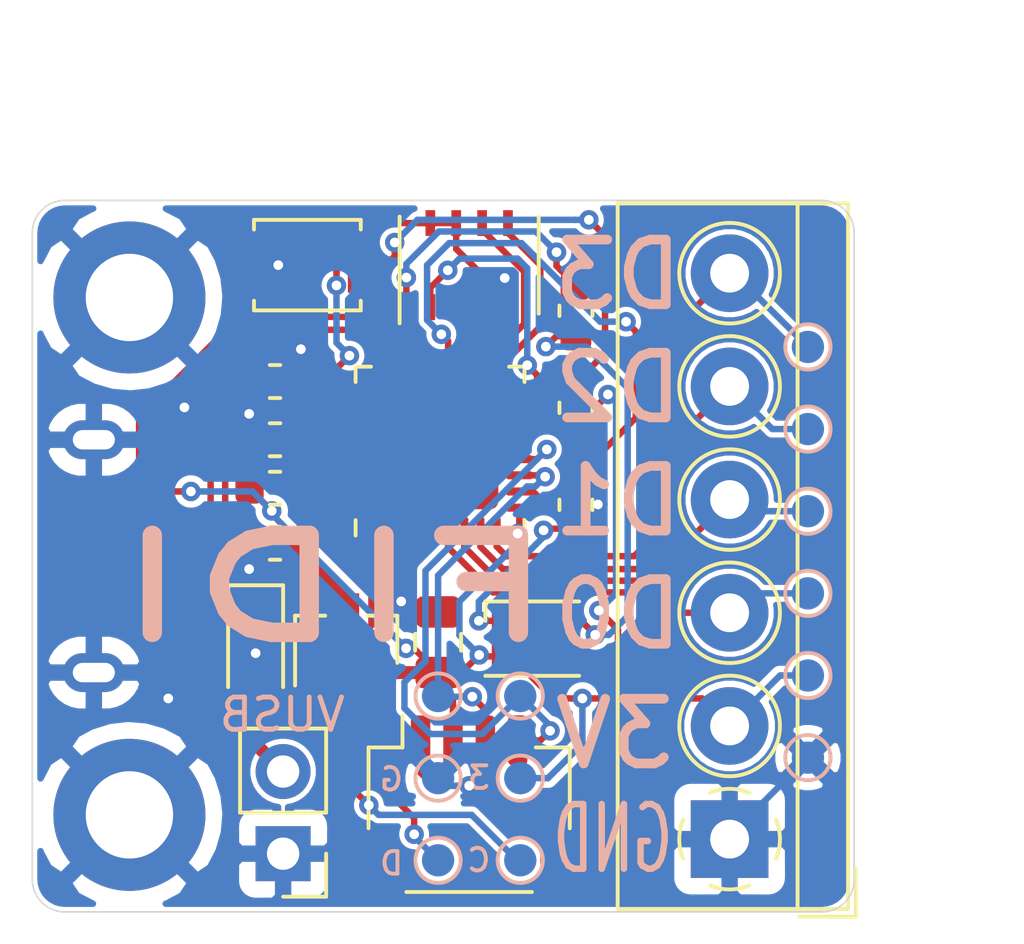
<source format=kicad_pcb>
(kicad_pcb (version 20171130) (host pcbnew "(5.1.6-0-10_14)")

  (general
    (thickness 1.6)
    (drawings 22)
    (tracks 368)
    (zones 0)
    (modules 32)
    (nets 27)
  )

  (page A4)
  (layers
    (0 F.Cu signal)
    (31 B.Cu signal)
    (32 B.Adhes user)
    (33 F.Adhes user)
    (34 B.Paste user)
    (35 F.Paste user)
    (36 B.SilkS user)
    (37 F.SilkS user)
    (38 B.Mask user)
    (39 F.Mask user)
    (40 Dwgs.User user)
    (41 Cmts.User user)
    (42 Eco1.User user)
    (43 Eco2.User user)
    (44 Edge.Cuts user)
    (45 Margin user)
    (46 B.CrtYd user)
    (47 F.CrtYd user)
    (48 B.Fab user hide)
    (49 F.Fab user hide)
  )

  (setup
    (last_trace_width 0.16)
    (user_trace_width 0.2)
    (user_trace_width 0.25)
    (user_trace_width 0.4)
    (trace_clearance 0.16)
    (zone_clearance 0.127)
    (zone_45_only no)
    (trace_min 0.16)
    (via_size 0.6)
    (via_drill 0.3)
    (via_min_size 0.6)
    (via_min_drill 0.3)
    (uvia_size 0.3)
    (uvia_drill 0.1)
    (uvias_allowed no)
    (uvia_min_size 0.2)
    (uvia_min_drill 0.1)
    (edge_width 0.05)
    (segment_width 0.2)
    (pcb_text_width 0.3)
    (pcb_text_size 1.5 1.5)
    (mod_edge_width 0.12)
    (mod_text_size 1 1)
    (mod_text_width 0.15)
    (pad_size 1.524 1.524)
    (pad_drill 0.762)
    (pad_to_mask_clearance 0.051)
    (solder_mask_min_width 0.25)
    (aux_axis_origin 117 67)
    (visible_elements 7FFFFF7F)
    (pcbplotparams
      (layerselection 0x010fc_ffffffff)
      (usegerberextensions true)
      (usegerberattributes false)
      (usegerberadvancedattributes false)
      (creategerberjobfile false)
      (excludeedgelayer true)
      (linewidth 0.100000)
      (plotframeref false)
      (viasonmask false)
      (mode 1)
      (useauxorigin false)
      (hpglpennumber 1)
      (hpglpenspeed 20)
      (hpglpendiameter 15.000000)
      (psnegative false)
      (psa4output false)
      (plotreference true)
      (plotvalue true)
      (plotinvisibletext false)
      (padsonsilk false)
      (subtractmaskfromsilk false)
      (outputformat 1)
      (mirror false)
      (drillshape 0)
      (scaleselection 1)
      (outputdirectory "gerb-micro/"))
  )

  (net 0 "")
  (net 1 GND)
  (net 2 +3V3)
  (net 3 "Net-(C4-Pad1)")
  (net 4 VBUS)
  (net 5 /GPIO5)
  (net 6 /GPIO4)
  (net 7 /GPIO3)
  (net 8 /GPIO2)
  (net 9 /GPIO1)
  (net 10 /GPIO0)
  (net 11 /LED_R)
  (net 12 /LED_G)
  (net 13 /LED_B)
  (net 14 "Net-(SW1-Pad2)")
  (net 15 /FLASH_SCK)
  (net 16 /FLASH_MOSI)
  (net 17 /FLASH_MISO)
  (net 18 /FLASH_CS)
  (net 19 USB_D+)
  (net 20 USB_D-)
  (net 21 "Net-(D1-Pad3)")
  (net 22 "Net-(D1-Pad2)")
  (net 23 "Net-(D1-Pad1)")
  (net 24 "Net-(R4-Pad1)")
  (net 25 "Net-(TP4-Pad1)")
  (net 26 "Net-(C1-Pad2)")

  (net_class Default "This is the default net class."
    (clearance 0.16)
    (trace_width 0.16)
    (via_dia 0.6)
    (via_drill 0.3)
    (uvia_dia 0.3)
    (uvia_drill 0.1)
    (add_net /FLASH_CS)
    (add_net /FLASH_MISO)
    (add_net /FLASH_MOSI)
    (add_net /FLASH_SCK)
    (add_net /GPIO0)
    (add_net /GPIO1)
    (add_net /GPIO2)
    (add_net /GPIO3)
    (add_net /GPIO4)
    (add_net /GPIO5)
    (add_net /LED_B)
    (add_net /LED_G)
    (add_net /LED_R)
    (add_net GND)
    (add_net "Net-(C1-Pad2)")
    (add_net "Net-(C4-Pad1)")
    (add_net "Net-(D1-Pad1)")
    (add_net "Net-(D1-Pad2)")
    (add_net "Net-(D1-Pad3)")
    (add_net "Net-(R4-Pad1)")
    (add_net "Net-(SW1-Pad2)")
    (add_net "Net-(TP4-Pad1)")
    (add_net USB_D+)
    (add_net USB_D-)
    (add_net VBUS)
  )

  (net_class Power ""
    (clearance 0.2)
    (trace_width 0.2)
    (via_dia 0.6)
    (via_drill 0.3)
    (uvia_dia 0.3)
    (uvia_drill 0.1)
    (add_net +3V3)
  )

  (module Diode_SMD:D_SOD-323_HandSoldering (layer F.Cu) (tedit 58641869) (tstamp 5E2A228B)
    (at 123.9 58.8 270)
    (descr SOD-323)
    (tags SOD-323)
    (path /5E2AD562)
    (attr smd)
    (fp_text reference D2 (at 0 -1.85 90) (layer F.SilkS) hide
      (effects (font (size 1 1) (thickness 0.15)))
    )
    (fp_text value 500mA (at 0.1 1.9 90) (layer F.Fab)
      (effects (font (size 1 1) (thickness 0.15)))
    )
    (fp_line (start -1.9 -0.85) (end -1.9 0.85) (layer F.SilkS) (width 0.12))
    (fp_line (start 0.2 0) (end 0.45 0) (layer F.Fab) (width 0.1))
    (fp_line (start 0.2 0.35) (end -0.3 0) (layer F.Fab) (width 0.1))
    (fp_line (start 0.2 -0.35) (end 0.2 0.35) (layer F.Fab) (width 0.1))
    (fp_line (start -0.3 0) (end 0.2 -0.35) (layer F.Fab) (width 0.1))
    (fp_line (start -0.3 0) (end -0.5 0) (layer F.Fab) (width 0.1))
    (fp_line (start -0.3 -0.35) (end -0.3 0.35) (layer F.Fab) (width 0.1))
    (fp_line (start -0.9 0.7) (end -0.9 -0.7) (layer F.Fab) (width 0.1))
    (fp_line (start 0.9 0.7) (end -0.9 0.7) (layer F.Fab) (width 0.1))
    (fp_line (start 0.9 -0.7) (end 0.9 0.7) (layer F.Fab) (width 0.1))
    (fp_line (start -0.9 -0.7) (end 0.9 -0.7) (layer F.Fab) (width 0.1))
    (fp_line (start -2 -0.95) (end 2 -0.95) (layer F.CrtYd) (width 0.05))
    (fp_line (start 2 -0.95) (end 2 0.95) (layer F.CrtYd) (width 0.05))
    (fp_line (start -2 0.95) (end 2 0.95) (layer F.CrtYd) (width 0.05))
    (fp_line (start -2 -0.95) (end -2 0.95) (layer F.CrtYd) (width 0.05))
    (fp_line (start -1.9 0.85) (end 1.25 0.85) (layer F.SilkS) (width 0.12))
    (fp_line (start -1.9 -0.85) (end 1.25 -0.85) (layer F.SilkS) (width 0.12))
    (fp_text user %R (at 0 -1.85 90) (layer F.Fab)
      (effects (font (size 1 1) (thickness 0.15)))
    )
    (pad 2 smd rect (at 1.25 0 270) (size 1 1) (layers F.Cu F.Paste F.Mask)
      (net 4 VBUS))
    (pad 1 smd rect (at -1.25 0 270) (size 1 1) (layers F.Cu F.Paste F.Mask)
      (net 26 "Net-(C1-Pad2)"))
    (model ${KISYS3DMOD}/Diode_SMD.3dshapes/D_SOD-323.wrl
      (at (xyz 0 0 0))
      (scale (xyz 1 1 1))
      (rotate (xyz 0 0 0))
    )
  )

  (module Capacitor_SMD:C_0603_1608Metric (layer F.Cu) (tedit 5B301BBE) (tstamp 5D58B938)
    (at 124.5 50.6)
    (descr "Capacitor SMD 0603 (1608 Metric), square (rectangular) end terminal, IPC_7351 nominal, (Body size source: http://www.tortai-tech.com/upload/download/2011102023233369053.pdf), generated with kicad-footprint-generator")
    (tags capacitor)
    (path /5D5A2AB3)
    (attr smd)
    (fp_text reference C4 (at 0 -1.43) (layer F.SilkS) hide
      (effects (font (size 1 1) (thickness 0.15)))
    )
    (fp_text value 1uF (at 0 1.43) (layer F.Fab)
      (effects (font (size 1 1) (thickness 0.15)))
    )
    (fp_line (start -0.8 0.4) (end -0.8 -0.4) (layer F.Fab) (width 0.1))
    (fp_line (start -0.8 -0.4) (end 0.8 -0.4) (layer F.Fab) (width 0.1))
    (fp_line (start 0.8 -0.4) (end 0.8 0.4) (layer F.Fab) (width 0.1))
    (fp_line (start 0.8 0.4) (end -0.8 0.4) (layer F.Fab) (width 0.1))
    (fp_line (start -0.162779 -0.51) (end 0.162779 -0.51) (layer F.SilkS) (width 0.12))
    (fp_line (start -0.162779 0.51) (end 0.162779 0.51) (layer F.SilkS) (width 0.12))
    (fp_line (start -1.48 0.73) (end -1.48 -0.73) (layer F.CrtYd) (width 0.05))
    (fp_line (start -1.48 -0.73) (end 1.48 -0.73) (layer F.CrtYd) (width 0.05))
    (fp_line (start 1.48 -0.73) (end 1.48 0.73) (layer F.CrtYd) (width 0.05))
    (fp_line (start 1.48 0.73) (end -1.48 0.73) (layer F.CrtYd) (width 0.05))
    (fp_text user %R (at 0 0) (layer F.Fab)
      (effects (font (size 0.4 0.4) (thickness 0.06)))
    )
    (pad 2 smd roundrect (at 0.7875 0) (size 0.875 0.95) (layers F.Cu F.Paste F.Mask) (roundrect_rratio 0.25)
      (net 1 GND))
    (pad 1 smd roundrect (at -0.7875 0) (size 0.875 0.95) (layers F.Cu F.Paste F.Mask) (roundrect_rratio 0.25)
      (net 3 "Net-(C4-Pad1)"))
    (model ${KISYS3DMOD}/Capacitor_SMD.3dshapes/C_0603_1608Metric.wrl
      (at (xyz 0 0 0))
      (scale (xyz 1 1 1))
      (rotate (xyz 0 0 0))
    )
  )

  (module Capacitor_SMD:C_0603_1608Metric (layer F.Cu) (tedit 5B301BBE) (tstamp 5DBC9A07)
    (at 124.5 55.6)
    (descr "Capacitor SMD 0603 (1608 Metric), square (rectangular) end terminal, IPC_7351 nominal, (Body size source: http://www.tortai-tech.com/upload/download/2011102023233369053.pdf), generated with kicad-footprint-generator")
    (tags capacitor)
    (path /5D57D5F4)
    (attr smd)
    (fp_text reference C1 (at 0 -1.43) (layer F.SilkS) hide
      (effects (font (size 1 1) (thickness 0.15)))
    )
    (fp_text value 1uF (at 0 1.43) (layer F.Fab)
      (effects (font (size 1 1) (thickness 0.15)))
    )
    (fp_line (start -0.8 0.4) (end -0.8 -0.4) (layer F.Fab) (width 0.1))
    (fp_line (start -0.8 -0.4) (end 0.8 -0.4) (layer F.Fab) (width 0.1))
    (fp_line (start 0.8 -0.4) (end 0.8 0.4) (layer F.Fab) (width 0.1))
    (fp_line (start 0.8 0.4) (end -0.8 0.4) (layer F.Fab) (width 0.1))
    (fp_line (start -0.162779 -0.51) (end 0.162779 -0.51) (layer F.SilkS) (width 0.12))
    (fp_line (start -0.162779 0.51) (end 0.162779 0.51) (layer F.SilkS) (width 0.12))
    (fp_line (start -1.48 0.73) (end -1.48 -0.73) (layer F.CrtYd) (width 0.05))
    (fp_line (start -1.48 -0.73) (end 1.48 -0.73) (layer F.CrtYd) (width 0.05))
    (fp_line (start 1.48 -0.73) (end 1.48 0.73) (layer F.CrtYd) (width 0.05))
    (fp_line (start 1.48 0.73) (end -1.48 0.73) (layer F.CrtYd) (width 0.05))
    (fp_text user %R (at 0 0) (layer F.Fab)
      (effects (font (size 0.4 0.4) (thickness 0.06)))
    )
    (pad 2 smd roundrect (at 0.7875 0) (size 0.875 0.95) (layers F.Cu F.Paste F.Mask) (roundrect_rratio 0.25)
      (net 26 "Net-(C1-Pad2)"))
    (pad 1 smd roundrect (at -0.7875 0) (size 0.875 0.95) (layers F.Cu F.Paste F.Mask) (roundrect_rratio 0.25)
      (net 1 GND))
    (model ${KISYS3DMOD}/Capacitor_SMD.3dshapes/C_0603_1608Metric.wrl
      (at (xyz 0 0 0))
      (scale (xyz 1 1 1))
      (rotate (xyz 0 0 0))
    )
  )

  (module Connector_USB:USB_Micro-B_LCSC_C40951 (layer F.Cu) (tedit 5E007BC1) (tstamp 5D854616)
    (at 118.9 56 270)
    (path /5D85D200)
    (fp_text reference J1 (at 0.4 3 90) (layer F.SilkS) hide
      (effects (font (size 1 1) (thickness 0.15)))
    )
    (fp_text value USB_B_Micro (at 0 -4.8 90) (layer F.Fab)
      (effects (font (size 1 1) (thickness 0.15)))
    )
    (fp_line (start -4.2 2.2) (end 4.2 2.2) (layer Dwgs.User) (width 0.12))
    (fp_line (start -5 2.2) (end -5 -3.8) (layer F.CrtYd) (width 0.12))
    (fp_line (start -5 -3.8) (end 5 -3.8) (layer F.CrtYd) (width 0.12))
    (fp_line (start 5 -3.8) (end 5 2.2) (layer F.CrtYd) (width 0.12))
    (fp_line (start 5 2.2) (end -5 2.2) (layer F.CrtYd) (width 0.12))
    (fp_poly (pts (xy -4.2 -1) (xy -4.2 1) (xy -3 1) (xy -3 -1)) (layer F.Paste) (width 0.1))
    (fp_poly (pts (xy 3 -1) (xy 3 1) (xy 4.2 1) (xy 4.2 -1)) (layer F.Paste) (width 0.1))
    (pad 6 smd rect (at 1.5 0 270) (size 1.2 1.2) (layers F.Cu F.Paste F.Mask)
      (net 1 GND))
    (pad 6 smd rect (at -1.5 0 270) (size 1.2 1.2) (layers F.Cu F.Paste F.Mask)
      (net 1 GND))
    (pad 6 thru_hole oval (at 3.6 0 270) (size 1.2 1.9) (drill oval 0.6 1.3) (layers *.Cu *.Mask)
      (net 1 GND))
    (pad 6 thru_hole oval (at -3.6 0 270) (size 1.2 1.9) (drill oval 0.6 1.3) (layers *.Cu *.Mask)
      (net 1 GND))
    (pad 6 smd rect (at -3.3 -2.5 270) (size 1.6 1.2) (layers F.Cu F.Paste F.Mask)
      (net 1 GND))
    (pad 6 smd rect (at 3.3 -2.5 270) (size 1.6 1.2) (layers F.Cu F.Paste F.Mask)
      (net 1 GND))
    (pad 5 smd rect (at 1.3 -2.5 270) (size 0.4 1.4) (layers F.Cu F.Paste F.Mask)
      (net 1 GND))
    (pad 4 smd rect (at 0.65 -2.5 270) (size 0.4 1.4) (layers F.Cu F.Paste F.Mask))
    (pad 3 smd rect (at 0 -2.5 270) (size 0.4 1.4) (layers F.Cu F.Paste F.Mask)
      (net 19 USB_D+))
    (pad 2 smd rect (at -0.65 -2.5 270) (size 0.4 1.4) (layers F.Cu F.Paste F.Mask)
      (net 20 USB_D-))
    (pad 1 smd rect (at -1.3 -2.5 270) (size 0.4 1.4) (layers F.Cu F.Paste F.Mask)
      (net 4 VBUS))
    (model ${KISYS3DMOD}/Connector_USB.3dshapes/USB_Micro-B_Molex_47346-0001.wrl
      (offset (xyz 0 1.2 0))
      (scale (xyz 1 1 1))
      (rotate (xyz 0 0 0))
    )
  )

  (module TestPoint:TestPoint_Pad_D1.0mm (layer B.Cu) (tedit 5A0F774F) (tstamp 5DBD98F0)
    (at 140.97 59.69)
    (descr "SMD pad as test Point, diameter 1.0mm")
    (tags "test point SMD pad")
    (path /5DD30454)
    (attr virtual)
    (fp_text reference TP12 (at 0 1.448) (layer B.SilkS) hide
      (effects (font (size 1 1) (thickness 0.15)) (justify mirror))
    )
    (fp_text value TP_SWDIO (at 0 -1.55) (layer B.Fab)
      (effects (font (size 1 1) (thickness 0.15)) (justify mirror))
    )
    (fp_circle (center 0 0) (end 1 0) (layer B.CrtYd) (width 0.05))
    (fp_circle (center 0 0) (end 0 -0.7) (layer B.SilkS) (width 0.12))
    (fp_text user %R (at 0 1.45) (layer B.Fab)
      (effects (font (size 1 1) (thickness 0.15)) (justify mirror))
    )
    (pad 1 smd circle (at 0 0) (size 1 1) (layers B.Cu B.Mask)
      (net 2 +3V3))
  )

  (module TestPoint:TestPoint_Pad_D1.0mm (layer B.Cu) (tedit 5A0F774F) (tstamp 5DBDAAD3)
    (at 140.97 62.23)
    (descr "SMD pad as test Point, diameter 1.0mm")
    (tags "test point SMD pad")
    (path /5DD311BB)
    (attr virtual)
    (fp_text reference TP11 (at 0 1.448) (layer B.SilkS) hide
      (effects (font (size 1 1) (thickness 0.15)) (justify mirror))
    )
    (fp_text value TP_SWDIO (at 0 -1.55) (layer B.Fab)
      (effects (font (size 1 1) (thickness 0.15)) (justify mirror))
    )
    (fp_circle (center 0 0) (end 1 0) (layer B.CrtYd) (width 0.05))
    (fp_circle (center 0 0) (end 0 -0.7) (layer B.SilkS) (width 0.12))
    (fp_text user %R (at 0 1.45) (layer B.Fab)
      (effects (font (size 1 1) (thickness 0.15)) (justify mirror))
    )
    (pad 1 smd circle (at 0 0) (size 1 1) (layers B.Cu B.Mask)
      (net 1 GND))
  )

  (module TestPoint:TestPoint_Pad_D1.0mm (layer B.Cu) (tedit 5A0F774F) (tstamp 5DBD98E0)
    (at 140.97 57.15)
    (descr "SMD pad as test Point, diameter 1.0mm")
    (tags "test point SMD pad")
    (path /5DD305C3)
    (attr virtual)
    (fp_text reference TP10 (at 0 1.448) (layer B.SilkS) hide
      (effects (font (size 1 1) (thickness 0.15)) (justify mirror))
    )
    (fp_text value TP_SWDIO (at 0 -1.55) (layer B.Fab)
      (effects (font (size 1 1) (thickness 0.15)) (justify mirror))
    )
    (fp_circle (center 0 0) (end 1 0) (layer B.CrtYd) (width 0.05))
    (fp_circle (center 0 0) (end 0 -0.7) (layer B.SilkS) (width 0.12))
    (fp_text user %R (at 0 1.45) (layer B.Fab)
      (effects (font (size 1 1) (thickness 0.15)) (justify mirror))
    )
    (pad 1 smd circle (at 0 0) (size 1 1) (layers B.Cu B.Mask)
      (net 10 /GPIO0))
  )

  (module TestPoint:TestPoint_Pad_D1.0mm (layer B.Cu) (tedit 5A0F774F) (tstamp 5DBD98D8)
    (at 140.97 54.61)
    (descr "SMD pad as test Point, diameter 1.0mm")
    (tags "test point SMD pad")
    (path /5DD302E5)
    (attr virtual)
    (fp_text reference TP9 (at 0 1.448) (layer B.SilkS) hide
      (effects (font (size 1 1) (thickness 0.15)) (justify mirror))
    )
    (fp_text value TP_SWDIO (at 0 -1.55) (layer B.Fab)
      (effects (font (size 1 1) (thickness 0.15)) (justify mirror))
    )
    (fp_circle (center 0 0) (end 1 0) (layer B.CrtYd) (width 0.05))
    (fp_circle (center 0 0) (end 0 -0.7) (layer B.SilkS) (width 0.12))
    (fp_text user %R (at 0 1.45) (layer B.Fab)
      (effects (font (size 1 1) (thickness 0.15)) (justify mirror))
    )
    (pad 1 smd circle (at 0 0) (size 1 1) (layers B.Cu B.Mask)
      (net 9 /GPIO1))
  )

  (module TestPoint:TestPoint_Pad_D1.0mm (layer B.Cu) (tedit 5A0F774F) (tstamp 5DBD98D0)
    (at 140.97 52.07)
    (descr "SMD pad as test Point, diameter 1.0mm")
    (tags "test point SMD pad")
    (path /5DD300CB)
    (attr virtual)
    (fp_text reference TP8 (at 0 1.448) (layer B.SilkS) hide
      (effects (font (size 1 1) (thickness 0.15)) (justify mirror))
    )
    (fp_text value TP_SWDIO (at 0 -1.55) (layer B.Fab)
      (effects (font (size 1 1) (thickness 0.15)) (justify mirror))
    )
    (fp_circle (center 0 0) (end 1 0) (layer B.CrtYd) (width 0.05))
    (fp_circle (center 0 0) (end 0 -0.7) (layer B.SilkS) (width 0.12))
    (fp_text user %R (at 0 1.45) (layer B.Fab)
      (effects (font (size 1 1) (thickness 0.15)) (justify mirror))
    )
    (pad 1 smd circle (at 0 0) (size 1 1) (layers B.Cu B.Mask)
      (net 8 /GPIO2))
  )

  (module TestPoint:TestPoint_Pad_D1.0mm (layer B.Cu) (tedit 5A0F774F) (tstamp 5DBD98C8)
    (at 140.97 49.53)
    (descr "SMD pad as test Point, diameter 1.0mm")
    (tags "test point SMD pad")
    (path /5DD2FB93)
    (attr virtual)
    (fp_text reference TP7 (at 0 1.448) (layer B.SilkS) hide
      (effects (font (size 1 1) (thickness 0.15)) (justify mirror))
    )
    (fp_text value TP_SWDIO (at 0 -1.55) (layer B.Fab)
      (effects (font (size 1 1) (thickness 0.15)) (justify mirror))
    )
    (fp_circle (center 0 0) (end 1 0) (layer B.CrtYd) (width 0.05))
    (fp_circle (center 0 0) (end 0 -0.7) (layer B.SilkS) (width 0.12))
    (fp_text user %R (at 0 1.45) (layer B.Fab)
      (effects (font (size 1 1) (thickness 0.15)) (justify mirror))
    )
    (pad 1 smd circle (at 0 0) (size 1 1) (layers B.Cu B.Mask)
      (net 7 /GPIO3))
  )

  (module TestPoint:TestPoint_Pad_D1.0mm (layer B.Cu) (tedit 5A0F774F) (tstamp 5DBD9888)
    (at 129.54 60.325)
    (descr "SMD pad as test Point, diameter 1.0mm")
    (tags "test point SMD pad")
    (path /5DD26D78)
    (attr virtual)
    (fp_text reference TP2 (at 0 1.448) (layer B.SilkS) hide
      (effects (font (size 1 1) (thickness 0.15)) (justify mirror))
    )
    (fp_text value TP_SWDIO (at 0 -1.55) (layer B.Fab)
      (effects (font (size 1 1) (thickness 0.15)) (justify mirror))
    )
    (fp_circle (center 0 0) (end 1 0) (layer B.CrtYd) (width 0.05))
    (fp_circle (center 0 0) (end 0 -0.7) (layer B.SilkS) (width 0.12))
    (fp_text user %R (at 0 1.45) (layer B.Fab)
      (effects (font (size 1 1) (thickness 0.15)) (justify mirror))
    )
    (pad 1 smd circle (at 0 0) (size 1 1) (layers B.Cu B.Mask)
      (net 6 /GPIO4))
  )

  (module TestPoint:TestPoint_Pad_D1.0mm (layer B.Cu) (tedit 5A0F774F) (tstamp 5DBD9880)
    (at 132.08 60.325)
    (descr "SMD pad as test Point, diameter 1.0mm")
    (tags "test point SMD pad")
    (path /5DD175BC)
    (attr virtual)
    (fp_text reference TP1 (at 0 1.448) (layer B.SilkS) hide
      (effects (font (size 1 1) (thickness 0.15)) (justify mirror))
    )
    (fp_text value TP_SWDIO (at 0 -1.55) (layer B.Fab)
      (effects (font (size 1 1) (thickness 0.15)) (justify mirror))
    )
    (fp_circle (center 0 0) (end 1 0) (layer B.CrtYd) (width 0.05))
    (fp_circle (center 0 0) (end 0 -0.7) (layer B.SilkS) (width 0.12))
    (fp_text user %R (at 0 1.45) (layer B.Fab)
      (effects (font (size 1 1) (thickness 0.15)) (justify mirror))
    )
    (pad 1 smd circle (at 0 0) (size 1 1) (layers B.Cu B.Mask)
      (net 5 /GPIO5))
  )

  (module MountingHole:MountingHole_2.7mm_M2.5_DIN965_Pad (layer F.Cu) (tedit 56D1B4CB) (tstamp 5DBD3060)
    (at 120 64)
    (descr "Mounting Hole 2.7mm, M2.5, DIN965")
    (tags "mounting hole 2.7mm m2.5 din965")
    (path /5DCD1ADB)
    (attr virtual)
    (fp_text reference H2 (at 0 -3.35) (layer F.SilkS) hide
      (effects (font (size 1 1) (thickness 0.15)))
    )
    (fp_text value MountingHole_Pad (at 0 3.35) (layer F.Fab)
      (effects (font (size 1 1) (thickness 0.15)))
    )
    (fp_circle (center 0 0) (end 2.35 0) (layer Cmts.User) (width 0.15))
    (fp_circle (center 0 0) (end 2.6 0) (layer F.CrtYd) (width 0.05))
    (fp_text user %R (at 0.3 0) (layer F.Fab)
      (effects (font (size 1 1) (thickness 0.15)))
    )
    (pad 1 thru_hole circle (at 0 0) (size 4.7 4.7) (drill 2.7) (layers *.Cu *.Mask)
      (net 1 GND))
  )

  (module MountingHole:MountingHole_2.7mm_M2.5_DIN965_Pad (layer F.Cu) (tedit 56D1B4CB) (tstamp 5DBD3058)
    (at 120 48)
    (descr "Mounting Hole 2.7mm, M2.5, DIN965")
    (tags "mounting hole 2.7mm m2.5 din965")
    (path /5DCD19BA)
    (attr virtual)
    (fp_text reference H1 (at 0 -3.35) (layer F.SilkS) hide
      (effects (font (size 1 1) (thickness 0.15)))
    )
    (fp_text value MountingHole_Pad (at 0 3.35) (layer F.Fab)
      (effects (font (size 1 1) (thickness 0.15)))
    )
    (fp_circle (center 0 0) (end 2.35 0) (layer Cmts.User) (width 0.15))
    (fp_circle (center 0 0) (end 2.6 0) (layer F.CrtYd) (width 0.05))
    (fp_text user %R (at 0.3 0) (layer F.Fab)
      (effects (font (size 1 1) (thickness 0.15)))
    )
    (pad 1 thru_hole circle (at 0 0) (size 4.7 4.7) (drill 2.7) (layers *.Cu *.Mask)
      (net 1 GND))
  )

  (module Connector_PinHeader_2.54mm:PinHeader_1x02_P2.54mm_Vertical (layer F.Cu) (tedit 59FED5CC) (tstamp 5DBC67F1)
    (at 124.75 65.2 180)
    (descr "Through hole straight pin header, 1x02, 2.54mm pitch, single row")
    (tags "Through hole pin header THT 1x02 2.54mm single row")
    (path /5DC06CBB)
    (fp_text reference J4 (at 0 -2.33) (layer F.SilkS) hide
      (effects (font (size 1 1) (thickness 0.15)))
    )
    (fp_text value Conn_01x02 (at 0 4.87) (layer F.Fab)
      (effects (font (size 1 1) (thickness 0.15)))
    )
    (fp_line (start -0.635 -1.27) (end 1.27 -1.27) (layer F.Fab) (width 0.1))
    (fp_line (start 1.27 -1.27) (end 1.27 3.81) (layer F.Fab) (width 0.1))
    (fp_line (start 1.27 3.81) (end -1.27 3.81) (layer F.Fab) (width 0.1))
    (fp_line (start -1.27 3.81) (end -1.27 -0.635) (layer F.Fab) (width 0.1))
    (fp_line (start -1.27 -0.635) (end -0.635 -1.27) (layer F.Fab) (width 0.1))
    (fp_line (start -1.33 3.87) (end 1.33 3.87) (layer F.SilkS) (width 0.12))
    (fp_line (start -1.33 1.27) (end -1.33 3.87) (layer F.SilkS) (width 0.12))
    (fp_line (start 1.33 1.27) (end 1.33 3.87) (layer F.SilkS) (width 0.12))
    (fp_line (start -1.33 1.27) (end 1.33 1.27) (layer F.SilkS) (width 0.12))
    (fp_line (start -1.33 0) (end -1.33 -1.33) (layer F.SilkS) (width 0.12))
    (fp_line (start -1.33 -1.33) (end 0 -1.33) (layer F.SilkS) (width 0.12))
    (fp_line (start -1.8 -1.8) (end -1.8 4.35) (layer F.CrtYd) (width 0.05))
    (fp_line (start -1.8 4.35) (end 1.8 4.35) (layer F.CrtYd) (width 0.05))
    (fp_line (start 1.8 4.35) (end 1.8 -1.8) (layer F.CrtYd) (width 0.05))
    (fp_line (start 1.8 -1.8) (end -1.8 -1.8) (layer F.CrtYd) (width 0.05))
    (fp_text user %R (at 0 1.27 90) (layer F.Fab)
      (effects (font (size 1 1) (thickness 0.15)))
    )
    (pad 2 thru_hole oval (at 0 2.54 180) (size 1.7 1.7) (drill 1) (layers *.Cu *.Mask)
      (net 4 VBUS))
    (pad 1 thru_hole rect (at 0 0 180) (size 1.7 1.7) (drill 1) (layers *.Cu *.Mask)
      (net 1 GND))
  )

  (module Connector_JST:JST_SH_SM04B-SRSS-TB_1x04-1MP_P1.00mm_Horizontal (layer F.Cu) (tedit 5B78AD87) (tstamp 5DBC6768)
    (at 130.5 63.7)
    (descr "JST SH series connector, SM04B-SRSS-TB (http://www.jst-mfg.com/product/pdf/eng/eSH.pdf), generated with kicad-footprint-generator")
    (tags "connector JST SH top entry")
    (path /5DC11EE2)
    (attr smd)
    (fp_text reference J2 (at 0 -3.98) (layer F.SilkS) hide
      (effects (font (size 1 1) (thickness 0.15)))
    )
    (fp_text value Conn_01x04 (at 0 3.98) (layer F.Fab)
      (effects (font (size 1 1) (thickness 0.15)))
    )
    (fp_line (start -3 -1.675) (end 3 -1.675) (layer F.Fab) (width 0.1))
    (fp_line (start -3.11 0.715) (end -3.11 -1.785) (layer F.SilkS) (width 0.12))
    (fp_line (start -3.11 -1.785) (end -2.06 -1.785) (layer F.SilkS) (width 0.12))
    (fp_line (start -2.06 -1.785) (end -2.06 -2.775) (layer F.SilkS) (width 0.12))
    (fp_line (start 3.11 0.715) (end 3.11 -1.785) (layer F.SilkS) (width 0.12))
    (fp_line (start 3.11 -1.785) (end 2.06 -1.785) (layer F.SilkS) (width 0.12))
    (fp_line (start -1.94 2.685) (end 1.94 2.685) (layer F.SilkS) (width 0.12))
    (fp_line (start -3 2.575) (end 3 2.575) (layer F.Fab) (width 0.1))
    (fp_line (start -3 -1.675) (end -3 2.575) (layer F.Fab) (width 0.1))
    (fp_line (start 3 -1.675) (end 3 2.575) (layer F.Fab) (width 0.1))
    (fp_line (start -3.9 -3.28) (end -3.9 3.28) (layer F.CrtYd) (width 0.05))
    (fp_line (start -3.9 3.28) (end 3.9 3.28) (layer F.CrtYd) (width 0.05))
    (fp_line (start 3.9 3.28) (end 3.9 -3.28) (layer F.CrtYd) (width 0.05))
    (fp_line (start 3.9 -3.28) (end -3.9 -3.28) (layer F.CrtYd) (width 0.05))
    (fp_line (start -2 -1.675) (end -1.5 -0.967893) (layer F.Fab) (width 0.1))
    (fp_line (start -1.5 -0.967893) (end -1 -1.675) (layer F.Fab) (width 0.1))
    (fp_text user %R (at 0 0) (layer F.Fab)
      (effects (font (size 1 1) (thickness 0.15)))
    )
    (pad MP smd roundrect (at 2.8 1.875) (size 1.2 1.8) (layers F.Cu F.Paste F.Mask) (roundrect_rratio 0.208333))
    (pad MP smd roundrect (at -2.8 1.875) (size 1.2 1.8) (layers F.Cu F.Paste F.Mask) (roundrect_rratio 0.208333))
    (pad 4 smd roundrect (at 1.5 -2) (size 0.6 1.55) (layers F.Cu F.Paste F.Mask) (roundrect_rratio 0.25)
      (net 5 /GPIO5))
    (pad 3 smd roundrect (at 0.5 -2) (size 0.6 1.55) (layers F.Cu F.Paste F.Mask) (roundrect_rratio 0.25)
      (net 6 /GPIO4))
    (pad 2 smd roundrect (at -0.5 -2) (size 0.6 1.55) (layers F.Cu F.Paste F.Mask) (roundrect_rratio 0.25)
      (net 2 +3V3))
    (pad 1 smd roundrect (at -1.5 -2) (size 0.6 1.55) (layers F.Cu F.Paste F.Mask) (roundrect_rratio 0.25)
      (net 1 GND))
    (model ${KISYS3DMOD}/Connector_JST.3dshapes/JST_GH_BM04B-GHS-TBT_1x04-1MP_P1.25mm_Vertical.wrl
      (offset (xyz 0 1.5 0))
      (scale (xyz 0.7 0.7 1))
      (rotate (xyz -90 0 0))
    )
  )

  (module TerminalBlock_4Ucon:TerminalBlock_4Ucon_1x06_P3.50mm_Horizontal (layer F.Cu) (tedit 5B294E92) (tstamp 5DBC7CAB)
    (at 138.55 64.75 90)
    (descr "Terminal Block 4Ucon ItemNo. 19964, 6 pins, pitch 3.5mm, size 21.7x7mm^2, drill diamater 1.2mm, pad diameter 2.4mm, see http://www.4uconnector.com/online/object/4udrawing/19964.pdf, script-generated using https://github.com/pointhi/kicad-footprint-generator/scripts/TerminalBlock_4Ucon")
    (tags "THT Terminal Block 4Ucon ItemNo. 19964 pitch 3.5mm size 21.7x7mm^2 drill 1.2mm pad 2.4mm")
    (path /5DBD6FC4)
    (fp_text reference J3 (at 8.75 -4.46 90) (layer F.SilkS) hide
      (effects (font (size 1 1) (thickness 0.15)))
    )
    (fp_text value Conn_01x06 (at 8.75 4.66 90) (layer F.Fab)
      (effects (font (size 1 1) (thickness 0.15)))
    )
    (fp_circle (center 0 0) (end 1.375 0) (layer F.Fab) (width 0.1))
    (fp_circle (center 3.5 0) (end 4.875 0) (layer F.Fab) (width 0.1))
    (fp_circle (center 3.5 0) (end 5.055 0) (layer F.SilkS) (width 0.12))
    (fp_circle (center 7 0) (end 8.375 0) (layer F.Fab) (width 0.1))
    (fp_circle (center 7 0) (end 8.555 0) (layer F.SilkS) (width 0.12))
    (fp_circle (center 10.5 0) (end 11.875 0) (layer F.Fab) (width 0.1))
    (fp_circle (center 10.5 0) (end 12.055 0) (layer F.SilkS) (width 0.12))
    (fp_circle (center 14 0) (end 15.375 0) (layer F.Fab) (width 0.1))
    (fp_circle (center 14 0) (end 15.555 0) (layer F.SilkS) (width 0.12))
    (fp_circle (center 17.5 0) (end 18.875 0) (layer F.Fab) (width 0.1))
    (fp_circle (center 17.5 0) (end 19.055 0) (layer F.SilkS) (width 0.12))
    (fp_line (start -2.1 -3.4) (end 19.6 -3.4) (layer F.Fab) (width 0.1))
    (fp_line (start 19.6 -3.4) (end 19.6 3.6) (layer F.Fab) (width 0.1))
    (fp_line (start 19.6 3.6) (end -0.6 3.6) (layer F.Fab) (width 0.1))
    (fp_line (start -0.6 3.6) (end -2.1 2.1) (layer F.Fab) (width 0.1))
    (fp_line (start -2.1 2.1) (end -2.1 -3.4) (layer F.Fab) (width 0.1))
    (fp_line (start -2.1 2.1) (end 19.6 2.1) (layer F.Fab) (width 0.1))
    (fp_line (start -2.16 2.1) (end 19.66 2.1) (layer F.SilkS) (width 0.12))
    (fp_line (start -2.16 -3.46) (end 19.66 -3.46) (layer F.SilkS) (width 0.12))
    (fp_line (start -2.16 3.66) (end 19.66 3.66) (layer F.SilkS) (width 0.12))
    (fp_line (start -2.16 -3.46) (end -2.16 3.66) (layer F.SilkS) (width 0.12))
    (fp_line (start 19.66 -3.46) (end 19.66 3.66) (layer F.SilkS) (width 0.12))
    (fp_line (start -1.1 -0.069) (end -0.069 -0.069) (layer F.Fab) (width 0.1))
    (fp_line (start -0.069 -0.069) (end -0.069 -1.1) (layer F.Fab) (width 0.1))
    (fp_line (start -0.069 -1.1) (end 0.069 -1.1) (layer F.Fab) (width 0.1))
    (fp_line (start 0.069 -1.1) (end 0.069 -0.069) (layer F.Fab) (width 0.1))
    (fp_line (start 0.069 -0.069) (end 1.1 -0.069) (layer F.Fab) (width 0.1))
    (fp_line (start 1.1 -0.069) (end 1.1 0.069) (layer F.Fab) (width 0.1))
    (fp_line (start 1.1 0.069) (end 0.069 0.069) (layer F.Fab) (width 0.1))
    (fp_line (start 0.069 0.069) (end 0.069 1.1) (layer F.Fab) (width 0.1))
    (fp_line (start 0.069 1.1) (end -0.069 1.1) (layer F.Fab) (width 0.1))
    (fp_line (start -0.069 1.1) (end -0.069 0.069) (layer F.Fab) (width 0.1))
    (fp_line (start -0.069 0.069) (end -1.1 0.069) (layer F.Fab) (width 0.1))
    (fp_line (start -1.1 0.069) (end -1.1 -0.069) (layer F.Fab) (width 0.1))
    (fp_line (start 2.4 -0.069) (end 3.431 -0.069) (layer F.Fab) (width 0.1))
    (fp_line (start 3.431 -0.069) (end 3.431 -1.1) (layer F.Fab) (width 0.1))
    (fp_line (start 3.431 -1.1) (end 3.569 -1.1) (layer F.Fab) (width 0.1))
    (fp_line (start 3.569 -1.1) (end 3.569 -0.069) (layer F.Fab) (width 0.1))
    (fp_line (start 3.569 -0.069) (end 4.6 -0.069) (layer F.Fab) (width 0.1))
    (fp_line (start 4.6 -0.069) (end 4.6 0.069) (layer F.Fab) (width 0.1))
    (fp_line (start 4.6 0.069) (end 3.569 0.069) (layer F.Fab) (width 0.1))
    (fp_line (start 3.569 0.069) (end 3.569 1.1) (layer F.Fab) (width 0.1))
    (fp_line (start 3.569 1.1) (end 3.431 1.1) (layer F.Fab) (width 0.1))
    (fp_line (start 3.431 1.1) (end 3.431 0.069) (layer F.Fab) (width 0.1))
    (fp_line (start 3.431 0.069) (end 2.4 0.069) (layer F.Fab) (width 0.1))
    (fp_line (start 2.4 0.069) (end 2.4 -0.069) (layer F.Fab) (width 0.1))
    (fp_line (start 5.9 -0.069) (end 6.931 -0.069) (layer F.Fab) (width 0.1))
    (fp_line (start 6.931 -0.069) (end 6.931 -1.1) (layer F.Fab) (width 0.1))
    (fp_line (start 6.931 -1.1) (end 7.069 -1.1) (layer F.Fab) (width 0.1))
    (fp_line (start 7.069 -1.1) (end 7.069 -0.069) (layer F.Fab) (width 0.1))
    (fp_line (start 7.069 -0.069) (end 8.1 -0.069) (layer F.Fab) (width 0.1))
    (fp_line (start 8.1 -0.069) (end 8.1 0.069) (layer F.Fab) (width 0.1))
    (fp_line (start 8.1 0.069) (end 7.069 0.069) (layer F.Fab) (width 0.1))
    (fp_line (start 7.069 0.069) (end 7.069 1.1) (layer F.Fab) (width 0.1))
    (fp_line (start 7.069 1.1) (end 6.931 1.1) (layer F.Fab) (width 0.1))
    (fp_line (start 6.931 1.1) (end 6.931 0.069) (layer F.Fab) (width 0.1))
    (fp_line (start 6.931 0.069) (end 5.9 0.069) (layer F.Fab) (width 0.1))
    (fp_line (start 5.9 0.069) (end 5.9 -0.069) (layer F.Fab) (width 0.1))
    (fp_line (start 9.4 -0.069) (end 10.431 -0.069) (layer F.Fab) (width 0.1))
    (fp_line (start 10.431 -0.069) (end 10.431 -1.1) (layer F.Fab) (width 0.1))
    (fp_line (start 10.431 -1.1) (end 10.569 -1.1) (layer F.Fab) (width 0.1))
    (fp_line (start 10.569 -1.1) (end 10.569 -0.069) (layer F.Fab) (width 0.1))
    (fp_line (start 10.569 -0.069) (end 11.6 -0.069) (layer F.Fab) (width 0.1))
    (fp_line (start 11.6 -0.069) (end 11.6 0.069) (layer F.Fab) (width 0.1))
    (fp_line (start 11.6 0.069) (end 10.569 0.069) (layer F.Fab) (width 0.1))
    (fp_line (start 10.569 0.069) (end 10.569 1.1) (layer F.Fab) (width 0.1))
    (fp_line (start 10.569 1.1) (end 10.431 1.1) (layer F.Fab) (width 0.1))
    (fp_line (start 10.431 1.1) (end 10.431 0.069) (layer F.Fab) (width 0.1))
    (fp_line (start 10.431 0.069) (end 9.4 0.069) (layer F.Fab) (width 0.1))
    (fp_line (start 9.4 0.069) (end 9.4 -0.069) (layer F.Fab) (width 0.1))
    (fp_line (start 12.9 -0.069) (end 13.931 -0.069) (layer F.Fab) (width 0.1))
    (fp_line (start 13.931 -0.069) (end 13.931 -1.1) (layer F.Fab) (width 0.1))
    (fp_line (start 13.931 -1.1) (end 14.069 -1.1) (layer F.Fab) (width 0.1))
    (fp_line (start 14.069 -1.1) (end 14.069 -0.069) (layer F.Fab) (width 0.1))
    (fp_line (start 14.069 -0.069) (end 15.1 -0.069) (layer F.Fab) (width 0.1))
    (fp_line (start 15.1 -0.069) (end 15.1 0.069) (layer F.Fab) (width 0.1))
    (fp_line (start 15.1 0.069) (end 14.069 0.069) (layer F.Fab) (width 0.1))
    (fp_line (start 14.069 0.069) (end 14.069 1.1) (layer F.Fab) (width 0.1))
    (fp_line (start 14.069 1.1) (end 13.931 1.1) (layer F.Fab) (width 0.1))
    (fp_line (start 13.931 1.1) (end 13.931 0.069) (layer F.Fab) (width 0.1))
    (fp_line (start 13.931 0.069) (end 12.9 0.069) (layer F.Fab) (width 0.1))
    (fp_line (start 12.9 0.069) (end 12.9 -0.069) (layer F.Fab) (width 0.1))
    (fp_line (start 16.4 -0.069) (end 17.431 -0.069) (layer F.Fab) (width 0.1))
    (fp_line (start 17.431 -0.069) (end 17.431 -1.1) (layer F.Fab) (width 0.1))
    (fp_line (start 17.431 -1.1) (end 17.569 -1.1) (layer F.Fab) (width 0.1))
    (fp_line (start 17.569 -1.1) (end 17.569 -0.069) (layer F.Fab) (width 0.1))
    (fp_line (start 17.569 -0.069) (end 18.6 -0.069) (layer F.Fab) (width 0.1))
    (fp_line (start 18.6 -0.069) (end 18.6 0.069) (layer F.Fab) (width 0.1))
    (fp_line (start 18.6 0.069) (end 17.569 0.069) (layer F.Fab) (width 0.1))
    (fp_line (start 17.569 0.069) (end 17.569 1.1) (layer F.Fab) (width 0.1))
    (fp_line (start 17.569 1.1) (end 17.431 1.1) (layer F.Fab) (width 0.1))
    (fp_line (start 17.431 1.1) (end 17.431 0.069) (layer F.Fab) (width 0.1))
    (fp_line (start 17.431 0.069) (end 16.4 0.069) (layer F.Fab) (width 0.1))
    (fp_line (start 16.4 0.069) (end 16.4 -0.069) (layer F.Fab) (width 0.1))
    (fp_line (start -2.4 2.16) (end -2.4 3.9) (layer F.SilkS) (width 0.12))
    (fp_line (start -2.4 3.9) (end -0.9 3.9) (layer F.SilkS) (width 0.12))
    (fp_line (start -2.6 -3.9) (end -2.6 4.1) (layer F.CrtYd) (width 0.05))
    (fp_line (start -2.6 4.1) (end 20.1 4.1) (layer F.CrtYd) (width 0.05))
    (fp_line (start 20.1 4.1) (end 20.1 -3.9) (layer F.CrtYd) (width 0.05))
    (fp_line (start 20.1 -3.9) (end -2.6 -3.9) (layer F.CrtYd) (width 0.05))
    (fp_text user %R (at 8.75 2.9 90) (layer F.Fab)
      (effects (font (size 1 1) (thickness 0.15)))
    )
    (fp_arc (start 0 0) (end -0.608 1.432) (angle -24) (layer F.SilkS) (width 0.12))
    (fp_arc (start 0 0) (end -1.432 -0.608) (angle -46) (layer F.SilkS) (width 0.12))
    (fp_arc (start 0 0) (end 0.608 -1.432) (angle -46) (layer F.SilkS) (width 0.12))
    (fp_arc (start 0 0) (end 1.432 0.608) (angle -46) (layer F.SilkS) (width 0.12))
    (fp_arc (start 0 0) (end 0 1.555) (angle -23) (layer F.SilkS) (width 0.12))
    (pad 6 thru_hole circle (at 17.5 0 90) (size 2.4 2.4) (drill 1.2) (layers *.Cu *.Mask)
      (net 7 /GPIO3))
    (pad 5 thru_hole circle (at 14 0 90) (size 2.4 2.4) (drill 1.2) (layers *.Cu *.Mask)
      (net 8 /GPIO2))
    (pad 4 thru_hole circle (at 10.5 0 90) (size 2.4 2.4) (drill 1.2) (layers *.Cu *.Mask)
      (net 9 /GPIO1))
    (pad 3 thru_hole circle (at 7 0 90) (size 2.4 2.4) (drill 1.2) (layers *.Cu *.Mask)
      (net 10 /GPIO0))
    (pad 2 thru_hole circle (at 3.5 0 90) (size 2.4 2.4) (drill 1.2) (layers *.Cu *.Mask)
      (net 2 +3V3))
    (pad 1 thru_hole rect (at 0 0 90) (size 2.4 2.4) (drill 1.2) (layers *.Cu *.Mask)
      (net 1 GND))
    (model ${KISYS3DMOD}/TerminalBlock_4Ucon.3dshapes/TerminalBlock_4Ucon_1x06_P3.50mm_Horizontal.wrl
      (at (xyz 0 0 0))
      (scale (xyz 1 1 1))
      (rotate (xyz 0 0 0))
    )
  )

  (module TestPoint:TestPoint_Pad_D1.0mm (layer B.Cu) (tedit 5A0F774F) (tstamp 5DBC7073)
    (at 132.08 65.405 180)
    (descr "SMD pad as test Point, diameter 1.0mm")
    (tags "test point SMD pad")
    (path /5D5A0661)
    (attr virtual)
    (fp_text reference TP3 (at 0 1.448) (layer B.SilkS) hide
      (effects (font (size 1 1) (thickness 0.15)) (justify mirror))
    )
    (fp_text value TP_SWCLK (at 0 -1.55) (layer B.Fab)
      (effects (font (size 1 1) (thickness 0.15)) (justify mirror))
    )
    (fp_circle (center 0 0) (end 1 0) (layer B.CrtYd) (width 0.05))
    (fp_circle (center 0 0) (end 0 -0.7) (layer B.SilkS) (width 0.12))
    (fp_text user %R (at 0 1.45) (layer B.Fab)
      (effects (font (size 1 1) (thickness 0.15)) (justify mirror))
    )
    (pad 1 smd circle (at 0 0 180) (size 1 1) (layers B.Cu B.Mask)
      (net 24 "Net-(R4-Pad1)"))
  )

  (module Package_TO_SOT_SMD:SOT-23 (layer F.Cu) (tedit 5A02FF57) (tstamp 5D58939C)
    (at 126.7 58.6 90)
    (descr "SOT-23, Standard")
    (tags SOT-23)
    (path /5D56FC32)
    (attr smd)
    (fp_text reference U2 (at 0 -2.5 90) (layer F.SilkS) hide
      (effects (font (size 1 1) (thickness 0.15)))
    )
    (fp_text value MCP1700-3302E_SOT23 (at 0 2.5 90) (layer F.Fab)
      (effects (font (size 1 1) (thickness 0.15)))
    )
    (fp_line (start -0.7 -0.95) (end -0.7 1.5) (layer F.Fab) (width 0.1))
    (fp_line (start -0.15 -1.52) (end 0.7 -1.52) (layer F.Fab) (width 0.1))
    (fp_line (start -0.7 -0.95) (end -0.15 -1.52) (layer F.Fab) (width 0.1))
    (fp_line (start 0.7 -1.52) (end 0.7 1.52) (layer F.Fab) (width 0.1))
    (fp_line (start -0.7 1.52) (end 0.7 1.52) (layer F.Fab) (width 0.1))
    (fp_line (start 0.76 1.58) (end 0.76 0.65) (layer F.SilkS) (width 0.12))
    (fp_line (start 0.76 -1.58) (end 0.76 -0.65) (layer F.SilkS) (width 0.12))
    (fp_line (start -1.7 -1.75) (end 1.7 -1.75) (layer F.CrtYd) (width 0.05))
    (fp_line (start 1.7 -1.75) (end 1.7 1.75) (layer F.CrtYd) (width 0.05))
    (fp_line (start 1.7 1.75) (end -1.7 1.75) (layer F.CrtYd) (width 0.05))
    (fp_line (start -1.7 1.75) (end -1.7 -1.75) (layer F.CrtYd) (width 0.05))
    (fp_line (start 0.76 -1.58) (end -1.4 -1.58) (layer F.SilkS) (width 0.12))
    (fp_line (start 0.76 1.58) (end -0.7 1.58) (layer F.SilkS) (width 0.12))
    (fp_text user %R (at 0 0) (layer F.Fab)
      (effects (font (size 0.5 0.5) (thickness 0.075)))
    )
    (pad 3 smd rect (at 1 0 90) (size 0.9 0.8) (layers F.Cu F.Paste F.Mask)
      (net 26 "Net-(C1-Pad2)"))
    (pad 2 smd rect (at -1 0.95 90) (size 0.9 0.8) (layers F.Cu F.Paste F.Mask)
      (net 2 +3V3))
    (pad 1 smd rect (at -1 -0.95 90) (size 0.9 0.8) (layers F.Cu F.Paste F.Mask)
      (net 1 GND))
    (model ${KISYS3DMOD}/Package_TO_SOT_SMD.3dshapes/SOT-23.wrl
      (at (xyz 0 0 0))
      (scale (xyz 1 1 1))
      (rotate (xyz 0 0 0))
    )
  )

  (module Capacitor_SMD:C_0805_2012Metric (layer F.Cu) (tedit 5B36C52B) (tstamp 5D58B998)
    (at 129.54 58.6625 90)
    (descr "Capacitor SMD 0805 (2012 Metric), square (rectangular) end terminal, IPC_7351 nominal, (Body size source: https://docs.google.com/spreadsheets/d/1BsfQQcO9C6DZCsRaXUlFlo91Tg2WpOkGARC1WS5S8t0/edit?usp=sharing), generated with kicad-footprint-generator")
    (tags capacitor)
    (path /5D5AA734)
    (attr smd)
    (fp_text reference C3 (at 0 -1.65 90) (layer F.SilkS) hide
      (effects (font (size 1 1) (thickness 0.15)))
    )
    (fp_text value 10uF (at 0 1.65 90) (layer F.Fab)
      (effects (font (size 1 1) (thickness 0.15)))
    )
    (fp_line (start -1 0.6) (end -1 -0.6) (layer F.Fab) (width 0.1))
    (fp_line (start -1 -0.6) (end 1 -0.6) (layer F.Fab) (width 0.1))
    (fp_line (start 1 -0.6) (end 1 0.6) (layer F.Fab) (width 0.1))
    (fp_line (start 1 0.6) (end -1 0.6) (layer F.Fab) (width 0.1))
    (fp_line (start -0.258578 -0.71) (end 0.258578 -0.71) (layer F.SilkS) (width 0.12))
    (fp_line (start -0.258578 0.71) (end 0.258578 0.71) (layer F.SilkS) (width 0.12))
    (fp_line (start -1.68 0.95) (end -1.68 -0.95) (layer F.CrtYd) (width 0.05))
    (fp_line (start -1.68 -0.95) (end 1.68 -0.95) (layer F.CrtYd) (width 0.05))
    (fp_line (start 1.68 -0.95) (end 1.68 0.95) (layer F.CrtYd) (width 0.05))
    (fp_line (start 1.68 0.95) (end -1.68 0.95) (layer F.CrtYd) (width 0.05))
    (fp_text user %R (at 0 0 90) (layer F.Fab)
      (effects (font (size 0.5 0.5) (thickness 0.08)))
    )
    (pad 2 smd roundrect (at 0.9375 0 90) (size 0.975 1.4) (layers F.Cu F.Paste F.Mask) (roundrect_rratio 0.25)
      (net 1 GND))
    (pad 1 smd roundrect (at -0.9375 0 90) (size 0.975 1.4) (layers F.Cu F.Paste F.Mask) (roundrect_rratio 0.25)
      (net 2 +3V3))
    (model ${KISYS3DMOD}/Capacitor_SMD.3dshapes/C_0805_2012Metric.wrl
      (at (xyz 0 0 0))
      (scale (xyz 1 1 1))
      (rotate (xyz 0 0 0))
    )
  )

  (module Package_DFN_QFN:QFN-32-1EP_5x5mm_P0.5mm_EP3.6x3.6mm (layer F.Cu) (tedit 5B4E85CF) (tstamp 5DBDD29C)
    (at 129.6 52.75 90)
    (descr "QFN, 32 Pin (http://infocenter.nordicsemi.com/pdf/nRF52810_PS_v1.1.pdf (Page 468)), generated with kicad-footprint-generator ipc_dfn_qfn_generator.py")
    (tags "QFN DFN_QFN")
    (path /5D5905F0)
    (attr smd)
    (fp_text reference U3 (at 0 -3.8 90) (layer F.SilkS) hide
      (effects (font (size 1 1) (thickness 0.15)))
    )
    (fp_text value ATSAMD21E18A (at 0 3.8 90) (layer F.Fab)
      (effects (font (size 1 1) (thickness 0.15)))
    )
    (fp_line (start 2.135 -2.61) (end 2.61 -2.61) (layer F.SilkS) (width 0.12))
    (fp_line (start 2.61 -2.61) (end 2.61 -2.135) (layer F.SilkS) (width 0.12))
    (fp_line (start -2.135 2.61) (end -2.61 2.61) (layer F.SilkS) (width 0.12))
    (fp_line (start -2.61 2.61) (end -2.61 2.135) (layer F.SilkS) (width 0.12))
    (fp_line (start 2.135 2.61) (end 2.61 2.61) (layer F.SilkS) (width 0.12))
    (fp_line (start 2.61 2.61) (end 2.61 2.135) (layer F.SilkS) (width 0.12))
    (fp_line (start -2.135 -2.61) (end -2.61 -2.61) (layer F.SilkS) (width 0.12))
    (fp_line (start -1.5 -2.5) (end 2.5 -2.5) (layer F.Fab) (width 0.1))
    (fp_line (start 2.5 -2.5) (end 2.5 2.5) (layer F.Fab) (width 0.1))
    (fp_line (start 2.5 2.5) (end -2.5 2.5) (layer F.Fab) (width 0.1))
    (fp_line (start -2.5 2.5) (end -2.5 -1.5) (layer F.Fab) (width 0.1))
    (fp_line (start -2.5 -1.5) (end -1.5 -2.5) (layer F.Fab) (width 0.1))
    (fp_line (start -3.1 -3.1) (end -3.1 3.1) (layer F.CrtYd) (width 0.05))
    (fp_line (start -3.1 3.1) (end 3.1 3.1) (layer F.CrtYd) (width 0.05))
    (fp_line (start 3.1 3.1) (end 3.1 -3.1) (layer F.CrtYd) (width 0.05))
    (fp_line (start 3.1 -3.1) (end -3.1 -3.1) (layer F.CrtYd) (width 0.05))
    (fp_text user %R (at 0 0 90) (layer F.Fab)
      (effects (font (size 1 1) (thickness 0.15)))
    )
    (pad 32 smd roundrect (at -1.75 -2.45 90) (size 0.25 0.8) (layers F.Cu F.Paste F.Mask) (roundrect_rratio 0.25)
      (net 25 "Net-(TP4-Pad1)"))
    (pad 31 smd roundrect (at -1.25 -2.45 90) (size 0.25 0.8) (layers F.Cu F.Paste F.Mask) (roundrect_rratio 0.25)
      (net 24 "Net-(R4-Pad1)"))
    (pad 30 smd roundrect (at -0.75 -2.45 90) (size 0.25 0.8) (layers F.Cu F.Paste F.Mask) (roundrect_rratio 0.25)
      (net 2 +3V3))
    (pad 29 smd roundrect (at -0.25 -2.45 90) (size 0.25 0.8) (layers F.Cu F.Paste F.Mask) (roundrect_rratio 0.25)
      (net 3 "Net-(C4-Pad1)"))
    (pad 28 smd roundrect (at 0.25 -2.45 90) (size 0.25 0.8) (layers F.Cu F.Paste F.Mask) (roundrect_rratio 0.25)
      (net 1 GND))
    (pad 27 smd roundrect (at 0.75 -2.45 90) (size 0.25 0.8) (layers F.Cu F.Paste F.Mask) (roundrect_rratio 0.25))
    (pad 26 smd roundrect (at 1.25 -2.45 90) (size 0.25 0.8) (layers F.Cu F.Paste F.Mask) (roundrect_rratio 0.25)
      (net 14 "Net-(SW1-Pad2)"))
    (pad 25 smd roundrect (at 1.75 -2.45 90) (size 0.25 0.8) (layers F.Cu F.Paste F.Mask) (roundrect_rratio 0.25))
    (pad 24 smd roundrect (at 2.45 -1.75 90) (size 0.8 0.25) (layers F.Cu F.Paste F.Mask) (roundrect_rratio 0.25)
      (net 19 USB_D+))
    (pad 23 smd roundrect (at 2.45 -1.25 90) (size 0.8 0.25) (layers F.Cu F.Paste F.Mask) (roundrect_rratio 0.25)
      (net 20 USB_D-))
    (pad 22 smd roundrect (at 2.45 -0.75 90) (size 0.8 0.25) (layers F.Cu F.Paste F.Mask) (roundrect_rratio 0.25)
      (net 13 /LED_B))
    (pad 21 smd roundrect (at 2.45 -0.25 90) (size 0.8 0.25) (layers F.Cu F.Paste F.Mask) (roundrect_rratio 0.25)
      (net 11 /LED_R))
    (pad 20 smd roundrect (at 2.45 0.25 90) (size 0.8 0.25) (layers F.Cu F.Paste F.Mask) (roundrect_rratio 0.25)
      (net 12 /LED_G))
    (pad 19 smd roundrect (at 2.45 0.75 90) (size 0.8 0.25) (layers F.Cu F.Paste F.Mask) (roundrect_rratio 0.25)
      (net 17 /FLASH_MISO))
    (pad 18 smd roundrect (at 2.45 1.25 90) (size 0.8 0.25) (layers F.Cu F.Paste F.Mask) (roundrect_rratio 0.25)
      (net 15 /FLASH_SCK))
    (pad 17 smd roundrect (at 2.45 1.75 90) (size 0.8 0.25) (layers F.Cu F.Paste F.Mask) (roundrect_rratio 0.25)
      (net 16 /FLASH_MOSI))
    (pad 16 smd roundrect (at 1.75 2.45 90) (size 0.25 0.8) (layers F.Cu F.Paste F.Mask) (roundrect_rratio 0.25)
      (net 18 /FLASH_CS))
    (pad 15 smd roundrect (at 1.25 2.45 90) (size 0.25 0.8) (layers F.Cu F.Paste F.Mask) (roundrect_rratio 0.25))
    (pad 14 smd roundrect (at 0.75 2.45 90) (size 0.25 0.8) (layers F.Cu F.Paste F.Mask) (roundrect_rratio 0.25))
    (pad 13 smd roundrect (at 0.25 2.45 90) (size 0.25 0.8) (layers F.Cu F.Paste F.Mask) (roundrect_rratio 0.25))
    (pad 12 smd roundrect (at -0.25 2.45 90) (size 0.25 0.8) (layers F.Cu F.Paste F.Mask) (roundrect_rratio 0.25)
      (net 5 /GPIO5))
    (pad 11 smd roundrect (at -0.75 2.45 90) (size 0.25 0.8) (layers F.Cu F.Paste F.Mask) (roundrect_rratio 0.25)
      (net 6 /GPIO4))
    (pad 10 smd roundrect (at -1.25 2.45 90) (size 0.25 0.8) (layers F.Cu F.Paste F.Mask) (roundrect_rratio 0.25)
      (net 1 GND))
    (pad 9 smd roundrect (at -1.75 2.45 90) (size 0.25 0.8) (layers F.Cu F.Paste F.Mask) (roundrect_rratio 0.25)
      (net 2 +3V3))
    (pad 8 smd roundrect (at -2.45 1.75 90) (size 0.8 0.25) (layers F.Cu F.Paste F.Mask) (roundrect_rratio 0.25)
      (net 7 /GPIO3))
    (pad 7 smd roundrect (at -2.45 1.25 90) (size 0.8 0.25) (layers F.Cu F.Paste F.Mask) (roundrect_rratio 0.25)
      (net 8 /GPIO2))
    (pad 6 smd roundrect (at -2.45 0.75 90) (size 0.8 0.25) (layers F.Cu F.Paste F.Mask) (roundrect_rratio 0.25)
      (net 9 /GPIO1))
    (pad 5 smd roundrect (at -2.45 0.25 90) (size 0.8 0.25) (layers F.Cu F.Paste F.Mask) (roundrect_rratio 0.25)
      (net 10 /GPIO0))
    (pad 4 smd roundrect (at -2.45 -0.25 90) (size 0.8 0.25) (layers F.Cu F.Paste F.Mask) (roundrect_rratio 0.25))
    (pad 3 smd roundrect (at -2.45 -0.75 90) (size 0.8 0.25) (layers F.Cu F.Paste F.Mask) (roundrect_rratio 0.25))
    (pad 2 smd roundrect (at -2.45 -1.25 90) (size 0.8 0.25) (layers F.Cu F.Paste F.Mask) (roundrect_rratio 0.25))
    (pad 1 smd roundrect (at -2.45 -1.75 90) (size 0.8 0.25) (layers F.Cu F.Paste F.Mask) (roundrect_rratio 0.25))
    (pad "" smd roundrect (at 1.2 1.2 90) (size 0.97 0.97) (layers F.Paste) (roundrect_rratio 0.25))
    (pad "" smd roundrect (at 1.2 0 90) (size 0.97 0.97) (layers F.Paste) (roundrect_rratio 0.25))
    (pad "" smd roundrect (at 1.2 -1.2 90) (size 0.97 0.97) (layers F.Paste) (roundrect_rratio 0.25))
    (pad "" smd roundrect (at 0 1.2 90) (size 0.97 0.97) (layers F.Paste) (roundrect_rratio 0.25))
    (pad "" smd roundrect (at 0 0 90) (size 0.97 0.97) (layers F.Paste) (roundrect_rratio 0.25))
    (pad "" smd roundrect (at 0 -1.2 90) (size 0.97 0.97) (layers F.Paste) (roundrect_rratio 0.25))
    (pad "" smd roundrect (at -1.2 1.2 90) (size 0.97 0.97) (layers F.Paste) (roundrect_rratio 0.25))
    (pad "" smd roundrect (at -1.2 0 90) (size 0.97 0.97) (layers F.Paste) (roundrect_rratio 0.25))
    (pad "" smd roundrect (at -1.2 -1.2 90) (size 0.97 0.97) (layers F.Paste) (roundrect_rratio 0.25))
    (pad 33 smd roundrect (at 0 0 90) (size 3.6 3.6) (layers F.Cu F.Mask) (roundrect_rratio 0.06944400000000001))
    (model ${KISYS3DMOD}/Package_DFN_QFN.3dshapes/QFN-32-1EP_5x5mm_P0.5mm_EP3.6x3.6mm.wrl
      (at (xyz 0 0 0))
      (scale (xyz 1 1 1))
      (rotate (xyz 0 0 0))
    )
  )

  (module Package_SON_Extra:USON-8_3x4mm_P0.8mm (layer F.Cu) (tedit 5D588046) (tstamp 5D589387)
    (at 130.5 47 90)
    (descr "USON-8 3x4mm_Pitch 0.8mm https://www.gigadevice.com/datasheet/gd25q32c/")
    (tags "USON-8 3x4mm Pitch 0.8mm")
    (path /5D58BC09)
    (attr smd)
    (fp_text reference U1 (at 0.01829 -3 90) (layer F.SilkS) hide
      (effects (font (size 1 1) (thickness 0.15)))
    )
    (fp_text value GD25Q32CNIGR (at 0.01829 3 90) (layer F.Fab)
      (effects (font (size 1 1) (thickness 0.15)))
    )
    (fp_line (start -1.25 -2) (end -1.5 -1.75) (layer F.Fab) (width 0.1))
    (fp_line (start -1.91 -2.25) (end 1.91 -2.25) (layer F.CrtYd) (width 0.05))
    (fp_line (start -1.91 2.25) (end -1.91 -2.25) (layer F.CrtYd) (width 0.05))
    (fp_line (start 1.91 2.25) (end -1.91 2.25) (layer F.CrtYd) (width 0.05))
    (fp_line (start 1.91 -2.25) (end 1.91 2.25) (layer F.CrtYd) (width 0.05))
    (fp_line (start 1.5 2.15) (end -1.5 2.15) (layer F.SilkS) (width 0.12))
    (fp_line (start 1.5 -2.15) (end -1.8 -2.15) (layer F.SilkS) (width 0.12))
    (fp_line (start -1.5 2) (end 1.5 2) (layer F.Fab) (width 0.1))
    (fp_line (start -1.5 -1.75) (end -1.5 2) (layer F.Fab) (width 0.1))
    (fp_line (start 1.5 -2) (end -1.25 -2) (layer F.Fab) (width 0.1))
    (fp_line (start 1.5 -2) (end 1.5 2) (layer F.Fab) (width 0.1))
    (fp_text user %R (at 0 0) (layer F.Fab)
      (effects (font (size 0.55 0.55) (thickness 0.1)))
    )
    (pad 8 smd rect (at 1.3 -1.2) (size 0.3 0.8) (layers F.Cu F.Paste F.Mask)
      (net 2 +3V3))
    (pad 6 smd rect (at 1.3 0.4) (size 0.3 0.8) (layers F.Cu F.Paste F.Mask)
      (net 15 /FLASH_SCK))
    (pad 5 smd rect (at 1.3 1.2) (size 0.3 0.8) (layers F.Cu F.Paste F.Mask)
      (net 16 /FLASH_MOSI))
    (pad 7 smd rect (at 1.3 -0.4) (size 0.3 0.8) (layers F.Cu F.Paste F.Mask)
      (net 2 +3V3))
    (pad 4 smd rect (at -1.3 1.2) (size 0.3 0.8) (layers F.Cu F.Paste F.Mask)
      (net 1 GND))
    (pad 3 smd rect (at -1.3 0.4) (size 0.3 0.8) (layers F.Cu F.Paste F.Mask)
      (net 2 +3V3))
    (pad 2 smd rect (at -1.3 -0.4) (size 0.3 0.8) (layers F.Cu F.Paste F.Mask)
      (net 17 /FLASH_MISO))
    (pad 1 smd rect (at -1.3 -1.2) (size 0.3 0.8) (layers F.Cu F.Paste F.Mask)
      (net 18 /FLASH_CS))
    (model ${KISYS3DMOD}/Package_SON.3dshapes/WSON-8_4x4mm_P0.8mm.step
      (at (xyz 0 0 0))
      (scale (xyz 0.75 1 1))
      (rotate (xyz 0 0 0))
    )
  )

  (module TestPoint:TestPoint_Pad_D1.0mm (layer B.Cu) (tedit 5A0F774F) (tstamp 5DBC705E)
    (at 129.54 62.865 180)
    (descr "SMD pad as test Point, diameter 1.0mm")
    (tags "test point SMD pad")
    (path /5D60E018)
    (attr virtual)
    (fp_text reference TP6 (at 0 1.448) (layer B.SilkS) hide
      (effects (font (size 1 1) (thickness 0.15)) (justify mirror))
    )
    (fp_text value TP_GND (at 0 -1.55) (layer B.Fab)
      (effects (font (size 1 1) (thickness 0.15)) (justify mirror))
    )
    (fp_circle (center 0 0) (end 1 0) (layer B.CrtYd) (width 0.05))
    (fp_circle (center 0 0) (end 0 -0.7) (layer B.SilkS) (width 0.12))
    (fp_text user %R (at 0 1.45) (layer B.Fab)
      (effects (font (size 1 1) (thickness 0.15)) (justify mirror))
    )
    (pad 1 smd circle (at 0 0 180) (size 1 1) (layers B.Cu B.Mask)
      (net 1 GND))
  )

  (module TestPoint:TestPoint_Pad_D1.0mm (layer B.Cu) (tedit 5A0F774F) (tstamp 5DBD9AA2)
    (at 132.08 62.865 180)
    (descr "SMD pad as test Point, diameter 1.0mm")
    (tags "test point SMD pad")
    (path /5D60D63C)
    (attr virtual)
    (fp_text reference TP5 (at 0 1.448) (layer B.SilkS) hide
      (effects (font (size 1 1) (thickness 0.15)) (justify mirror))
    )
    (fp_text value TP_VDD (at 0 -1.55) (layer B.Fab)
      (effects (font (size 1 1) (thickness 0.15)) (justify mirror))
    )
    (fp_circle (center 0 0) (end 1 0) (layer B.CrtYd) (width 0.05))
    (fp_circle (center 0 0) (end 0 -0.7) (layer B.SilkS) (width 0.12))
    (fp_text user %R (at 0 1.45) (layer B.Fab)
      (effects (font (size 1 1) (thickness 0.15)) (justify mirror))
    )
    (pad 1 smd circle (at 0 0 180) (size 1 1) (layers B.Cu B.Mask)
      (net 2 +3V3))
  )

  (module TestPoint:TestPoint_Pad_D1.0mm (layer B.Cu) (tedit 5A0F774F) (tstamp 5DBCEC1E)
    (at 129.54 65.405 180)
    (descr "SMD pad as test Point, diameter 1.0mm")
    (tags "test point SMD pad")
    (path /5D5A1C0C)
    (attr virtual)
    (fp_text reference TP4 (at 0 1.448) (layer B.SilkS) hide
      (effects (font (size 1 1) (thickness 0.15)) (justify mirror))
    )
    (fp_text value TP_SWDIO (at 0 -1.55) (layer B.Fab)
      (effects (font (size 1 1) (thickness 0.15)) (justify mirror))
    )
    (fp_circle (center 0 0) (end 1 0) (layer B.CrtYd) (width 0.05))
    (fp_circle (center 0 0) (end 0 -0.7) (layer B.SilkS) (width 0.12))
    (fp_text user %R (at 0 1.45) (layer B.Fab)
      (effects (font (size 1 1) (thickness 0.15)) (justify mirror))
    )
    (pad 1 smd circle (at 0 0 180) (size 1 1) (layers B.Cu B.Mask)
      (net 25 "Net-(TP4-Pad1)"))
  )

  (module Button_Switch_SMD:SW_SPST_B3U-1000P (layer F.Cu) (tedit 5A02FC95) (tstamp 5DBC72C2)
    (at 125.5 47)
    (descr "Ultra-small-sized Tactile Switch with High Contact Reliability, Top-actuated Model, without Ground Terminal, without Boss")
    (tags "Tactile Switch")
    (path /5D580D9E)
    (attr smd)
    (fp_text reference SW1 (at 0 -2.5) (layer F.SilkS) hide
      (effects (font (size 1 1) (thickness 0.15)))
    )
    (fp_text value SW_RESET (at 0 2.5) (layer F.Fab)
      (effects (font (size 1 1) (thickness 0.15)))
    )
    (fp_line (start -2.4 1.65) (end 2.4 1.65) (layer F.CrtYd) (width 0.05))
    (fp_line (start 2.4 1.65) (end 2.4 -1.65) (layer F.CrtYd) (width 0.05))
    (fp_line (start 2.4 -1.65) (end -2.4 -1.65) (layer F.CrtYd) (width 0.05))
    (fp_line (start -2.4 -1.65) (end -2.4 1.65) (layer F.CrtYd) (width 0.05))
    (fp_line (start -1.65 1.1) (end -1.65 1.4) (layer F.SilkS) (width 0.12))
    (fp_line (start -1.65 1.4) (end 1.65 1.4) (layer F.SilkS) (width 0.12))
    (fp_line (start 1.65 1.4) (end 1.65 1.1) (layer F.SilkS) (width 0.12))
    (fp_line (start -1.65 -1.1) (end -1.65 -1.4) (layer F.SilkS) (width 0.12))
    (fp_line (start -1.65 -1.4) (end 1.65 -1.4) (layer F.SilkS) (width 0.12))
    (fp_line (start 1.65 -1.4) (end 1.65 -1.1) (layer F.SilkS) (width 0.12))
    (fp_line (start -1.5 -1.25) (end 1.5 -1.25) (layer F.Fab) (width 0.1))
    (fp_line (start 1.5 -1.25) (end 1.5 1.25) (layer F.Fab) (width 0.1))
    (fp_line (start 1.5 1.25) (end -1.5 1.25) (layer F.Fab) (width 0.1))
    (fp_line (start -1.5 1.25) (end -1.5 -1.25) (layer F.Fab) (width 0.1))
    (fp_circle (center 0 0) (end 0.75 0) (layer F.Fab) (width 0.1))
    (fp_text user %R (at 0 -2.5) (layer F.Fab)
      (effects (font (size 1 1) (thickness 0.15)))
    )
    (pad 2 smd rect (at 1.7 0) (size 0.9 1.7) (layers F.Cu F.Paste F.Mask)
      (net 14 "Net-(SW1-Pad2)"))
    (pad 1 smd rect (at -1.7 0) (size 0.9 1.7) (layers F.Cu F.Paste F.Mask)
      (net 1 GND))
    (model ${KISYS3DMOD}/Button_Switch_SMD.3dshapes/SW_SPST_B3U-1000P.wrl
      (at (xyz 0 0 0))
      (scale (xyz 1 1 1))
      (rotate (xyz 0 0 0))
    )
  )

  (module Resistor_SMD:R_0603_1608Metric (layer F.Cu) (tedit 5B301BBD) (tstamp 5D589339)
    (at 124.5 53.9 180)
    (descr "Resistor SMD 0603 (1608 Metric), square (rectangular) end terminal, IPC_7351 nominal, (Body size source: http://www.tortai-tech.com/upload/download/2011102023233369053.pdf), generated with kicad-footprint-generator")
    (tags resistor)
    (path /5D59BBAF)
    (attr smd)
    (fp_text reference R4 (at 0 -1.43) (layer F.SilkS) hide
      (effects (font (size 1 1) (thickness 0.15)))
    )
    (fp_text value 1K (at 0 1.43) (layer F.Fab)
      (effects (font (size 1 1) (thickness 0.15)))
    )
    (fp_line (start -0.8 0.4) (end -0.8 -0.4) (layer F.Fab) (width 0.1))
    (fp_line (start -0.8 -0.4) (end 0.8 -0.4) (layer F.Fab) (width 0.1))
    (fp_line (start 0.8 -0.4) (end 0.8 0.4) (layer F.Fab) (width 0.1))
    (fp_line (start 0.8 0.4) (end -0.8 0.4) (layer F.Fab) (width 0.1))
    (fp_line (start -0.162779 -0.51) (end 0.162779 -0.51) (layer F.SilkS) (width 0.12))
    (fp_line (start -0.162779 0.51) (end 0.162779 0.51) (layer F.SilkS) (width 0.12))
    (fp_line (start -1.48 0.73) (end -1.48 -0.73) (layer F.CrtYd) (width 0.05))
    (fp_line (start -1.48 -0.73) (end 1.48 -0.73) (layer F.CrtYd) (width 0.05))
    (fp_line (start 1.48 -0.73) (end 1.48 0.73) (layer F.CrtYd) (width 0.05))
    (fp_line (start 1.48 0.73) (end -1.48 0.73) (layer F.CrtYd) (width 0.05))
    (fp_text user %R (at 0 0) (layer F.Fab)
      (effects (font (size 0.4 0.4) (thickness 0.06)))
    )
    (pad 2 smd roundrect (at 0.7875 0 180) (size 0.875 0.95) (layers F.Cu F.Paste F.Mask) (roundrect_rratio 0.25)
      (net 2 +3V3))
    (pad 1 smd roundrect (at -0.7875 0 180) (size 0.875 0.95) (layers F.Cu F.Paste F.Mask) (roundrect_rratio 0.25)
      (net 24 "Net-(R4-Pad1)"))
    (model ${KISYS3DMOD}/Resistor_SMD.3dshapes/R_0603_1608Metric.wrl
      (at (xyz 0 0 0))
      (scale (xyz 1 1 1))
      (rotate (xyz 0 0 0))
    )
  )

  (module Resistor_SMD:R_0603_1608Metric (layer F.Cu) (tedit 5B301BBD) (tstamp 5DBC76B5)
    (at 133.8 48.4125 90)
    (descr "Resistor SMD 0603 (1608 Metric), square (rectangular) end terminal, IPC_7351 nominal, (Body size source: http://www.tortai-tech.com/upload/download/2011102023233369053.pdf), generated with kicad-footprint-generator")
    (tags resistor)
    (path /5D64563C)
    (attr smd)
    (fp_text reference R3 (at 0 -1.43 90) (layer F.SilkS) hide
      (effects (font (size 1 1) (thickness 0.15)))
    )
    (fp_text value 150R (at 0 1.43 90) (layer F.Fab)
      (effects (font (size 1 1) (thickness 0.15)))
    )
    (fp_line (start -0.8 0.4) (end -0.8 -0.4) (layer F.Fab) (width 0.1))
    (fp_line (start -0.8 -0.4) (end 0.8 -0.4) (layer F.Fab) (width 0.1))
    (fp_line (start 0.8 -0.4) (end 0.8 0.4) (layer F.Fab) (width 0.1))
    (fp_line (start 0.8 0.4) (end -0.8 0.4) (layer F.Fab) (width 0.1))
    (fp_line (start -0.162779 -0.51) (end 0.162779 -0.51) (layer F.SilkS) (width 0.12))
    (fp_line (start -0.162779 0.51) (end 0.162779 0.51) (layer F.SilkS) (width 0.12))
    (fp_line (start -1.48 0.73) (end -1.48 -0.73) (layer F.CrtYd) (width 0.05))
    (fp_line (start -1.48 -0.73) (end 1.48 -0.73) (layer F.CrtYd) (width 0.05))
    (fp_line (start 1.48 -0.73) (end 1.48 0.73) (layer F.CrtYd) (width 0.05))
    (fp_line (start 1.48 0.73) (end -1.48 0.73) (layer F.CrtYd) (width 0.05))
    (fp_text user %R (at 0 0 90) (layer F.Fab)
      (effects (font (size 0.4 0.4) (thickness 0.06)))
    )
    (pad 2 smd roundrect (at 0.7875 0 90) (size 0.875 0.95) (layers F.Cu F.Paste F.Mask) (roundrect_rratio 0.25)
      (net 11 /LED_R))
    (pad 1 smd roundrect (at -0.7875 0 90) (size 0.875 0.95) (layers F.Cu F.Paste F.Mask) (roundrect_rratio 0.25)
      (net 22 "Net-(D1-Pad2)"))
    (model ${KISYS3DMOD}/Resistor_SMD.3dshapes/R_0603_1608Metric.wrl
      (at (xyz 0 0 0))
      (scale (xyz 1 1 1))
      (rotate (xyz 0 0 0))
    )
  )

  (module Resistor_SMD:R_0603_1608Metric (layer F.Cu) (tedit 5B301BBD) (tstamp 5DBC6FDD)
    (at 133.8 51.4125 90)
    (descr "Resistor SMD 0603 (1608 Metric), square (rectangular) end terminal, IPC_7351 nominal, (Body size source: http://www.tortai-tech.com/upload/download/2011102023233369053.pdf), generated with kicad-footprint-generator")
    (tags resistor)
    (path /5D6454CD)
    (attr smd)
    (fp_text reference R2 (at 0 -1.43 90) (layer F.SilkS) hide
      (effects (font (size 1 1) (thickness 0.15)))
    )
    (fp_text value 150R (at 0 1.43 90) (layer F.Fab)
      (effects (font (size 1 1) (thickness 0.15)))
    )
    (fp_line (start -0.8 0.4) (end -0.8 -0.4) (layer F.Fab) (width 0.1))
    (fp_line (start -0.8 -0.4) (end 0.8 -0.4) (layer F.Fab) (width 0.1))
    (fp_line (start 0.8 -0.4) (end 0.8 0.4) (layer F.Fab) (width 0.1))
    (fp_line (start 0.8 0.4) (end -0.8 0.4) (layer F.Fab) (width 0.1))
    (fp_line (start -0.162779 -0.51) (end 0.162779 -0.51) (layer F.SilkS) (width 0.12))
    (fp_line (start -0.162779 0.51) (end 0.162779 0.51) (layer F.SilkS) (width 0.12))
    (fp_line (start -1.48 0.73) (end -1.48 -0.73) (layer F.CrtYd) (width 0.05))
    (fp_line (start -1.48 -0.73) (end 1.48 -0.73) (layer F.CrtYd) (width 0.05))
    (fp_line (start 1.48 -0.73) (end 1.48 0.73) (layer F.CrtYd) (width 0.05))
    (fp_line (start 1.48 0.73) (end -1.48 0.73) (layer F.CrtYd) (width 0.05))
    (fp_text user %R (at 0 0 90) (layer F.Fab)
      (effects (font (size 0.4 0.4) (thickness 0.06)))
    )
    (pad 2 smd roundrect (at 0.7875 0 90) (size 0.875 0.95) (layers F.Cu F.Paste F.Mask) (roundrect_rratio 0.25)
      (net 13 /LED_B))
    (pad 1 smd roundrect (at -0.7875 0 90) (size 0.875 0.95) (layers F.Cu F.Paste F.Mask) (roundrect_rratio 0.25)
      (net 21 "Net-(D1-Pad3)"))
    (model ${KISYS3DMOD}/Resistor_SMD.3dshapes/R_0603_1608Metric.wrl
      (at (xyz 0 0 0))
      (scale (xyz 1 1 1))
      (rotate (xyz 0 0 0))
    )
  )

  (module Resistor_SMD:R_0603_1608Metric (layer F.Cu) (tedit 5B301BBD) (tstamp 5DBC7DE2)
    (at 133.8 54.4125 90)
    (descr "Resistor SMD 0603 (1608 Metric), square (rectangular) end terminal, IPC_7351 nominal, (Body size source: http://www.tortai-tech.com/upload/download/2011102023233369053.pdf), generated with kicad-footprint-generator")
    (tags resistor)
    (path /5D64186B)
    (attr smd)
    (fp_text reference R1 (at 0 -1.43 90) (layer F.SilkS) hide
      (effects (font (size 1 1) (thickness 0.15)))
    )
    (fp_text value 360R (at 0 1.43 90) (layer F.Fab)
      (effects (font (size 1 1) (thickness 0.15)))
    )
    (fp_line (start -0.8 0.4) (end -0.8 -0.4) (layer F.Fab) (width 0.1))
    (fp_line (start -0.8 -0.4) (end 0.8 -0.4) (layer F.Fab) (width 0.1))
    (fp_line (start 0.8 -0.4) (end 0.8 0.4) (layer F.Fab) (width 0.1))
    (fp_line (start 0.8 0.4) (end -0.8 0.4) (layer F.Fab) (width 0.1))
    (fp_line (start -0.162779 -0.51) (end 0.162779 -0.51) (layer F.SilkS) (width 0.12))
    (fp_line (start -0.162779 0.51) (end 0.162779 0.51) (layer F.SilkS) (width 0.12))
    (fp_line (start -1.48 0.73) (end -1.48 -0.73) (layer F.CrtYd) (width 0.05))
    (fp_line (start -1.48 -0.73) (end 1.48 -0.73) (layer F.CrtYd) (width 0.05))
    (fp_line (start 1.48 -0.73) (end 1.48 0.73) (layer F.CrtYd) (width 0.05))
    (fp_line (start 1.48 0.73) (end -1.48 0.73) (layer F.CrtYd) (width 0.05))
    (fp_text user %R (at 0 0 90) (layer F.Fab)
      (effects (font (size 0.4 0.4) (thickness 0.06)))
    )
    (pad 2 smd roundrect (at 0.7875 0 90) (size 0.875 0.95) (layers F.Cu F.Paste F.Mask) (roundrect_rratio 0.25)
      (net 12 /LED_G))
    (pad 1 smd roundrect (at -0.7875 0 90) (size 0.875 0.95) (layers F.Cu F.Paste F.Mask) (roundrect_rratio 0.25)
      (net 23 "Net-(D1-Pad1)"))
    (model ${KISYS3DMOD}/Resistor_SMD.3dshapes/R_0603_1608Metric.wrl
      (at (xyz 0 0 0))
      (scale (xyz 1 1 1))
      (rotate (xyz 0 0 0))
    )
  )

  (module LED_SMD:LED_Cree-PLCC4_2x2mm_CW (layer F.Cu) (tedit 59D415EA) (tstamp 5DBC6F73)
    (at 132.45 58.55)
    (descr "2.0mm x 2.0mm PLCC4 LED, http://www.cree.com/~/media/Files/Cree/LED-Components-and-Modules/HB/Data-Sheets/CLMVBFKA.pdf")
    (tags "LED Cree PLCC-4")
    (path /5D63A1CD)
    (attr smd)
    (fp_text reference D1 (at 0 -2.25) (layer F.SilkS) hide
      (effects (font (size 1 1) (thickness 0.15)))
    )
    (fp_text value LED_ARGB (at 0 2.25) (layer F.Fab)
      (effects (font (size 1 1) (thickness 0.15)))
    )
    (fp_circle (center 0 0) (end 0.8 0) (layer F.Fab) (width 0.1))
    (fp_line (start -1.7 -1.4) (end -1.7 1.4) (layer F.CrtYd) (width 0.05))
    (fp_line (start -1.7 1.4) (end 1.7 1.4) (layer F.CrtYd) (width 0.05))
    (fp_line (start 1.7 1.4) (end 1.7 -1.4) (layer F.CrtYd) (width 0.05))
    (fp_line (start 1.7 -1.4) (end -1.7 -1.4) (layer F.CrtYd) (width 0.05))
    (fp_line (start 0 -1) (end -1 0) (layer F.Fab) (width 0.1))
    (fp_line (start -1 -1) (end -1 1) (layer F.Fab) (width 0.1))
    (fp_line (start -1 1) (end 1 1) (layer F.Fab) (width 0.1))
    (fp_line (start 1 1) (end 1 -1) (layer F.Fab) (width 0.1))
    (fp_line (start 1 -1) (end -1 -1) (layer F.Fab) (width 0.1))
    (fp_line (start -1.45 -0.55) (end -1.45 -1.15) (layer F.SilkS) (width 0.12))
    (fp_line (start -1.45 -1.15) (end 1.45 -1.15) (layer F.SilkS) (width 0.12))
    (fp_line (start -1.45 1.15) (end 1.45 1.15) (layer F.SilkS) (width 0.12))
    (fp_text user %R (at 0 0) (layer F.Fab)
      (effects (font (size 0.5 0.5) (thickness 0.075)))
    )
    (pad 4 smd rect (at -0.75 0.55) (size 1 0.8) (layers F.Cu F.Paste F.Mask)
      (net 2 +3V3))
    (pad 3 smd rect (at 0.75 0.55) (size 1 0.8) (layers F.Cu F.Paste F.Mask)
      (net 21 "Net-(D1-Pad3)"))
    (pad 2 smd rect (at 0.75 -0.55) (size 1 0.8) (layers F.Cu F.Paste F.Mask)
      (net 22 "Net-(D1-Pad2)"))
    (pad 1 smd rect (at -0.75 -0.55) (size 1 0.8) (layers F.Cu F.Paste F.Mask)
      (net 23 "Net-(D1-Pad1)"))
    (model ${KISYS3DMOD}/LED_SMD.3dshapes/LED_RGB_5050-6.wrl
      (at (xyz 0 0 0))
      (scale (xyz 0.4 0.4 0.4))
      (rotate (xyz 0 0 90))
    )
  )

  (module Capacitor_SMD:C_0603_1608Metric (layer F.Cu) (tedit 5B301BBE) (tstamp 5D58B968)
    (at 124.5 52.4 180)
    (descr "Capacitor SMD 0603 (1608 Metric), square (rectangular) end terminal, IPC_7351 nominal, (Body size source: http://www.tortai-tech.com/upload/download/2011102023233369053.pdf), generated with kicad-footprint-generator")
    (tags capacitor)
    (path /5D5A7C53)
    (attr smd)
    (fp_text reference C2 (at 0 -1.43) (layer F.SilkS) hide
      (effects (font (size 1 1) (thickness 0.15)))
    )
    (fp_text value 0.1uF (at 0 1.43) (layer F.Fab)
      (effects (font (size 1 1) (thickness 0.15)))
    )
    (fp_line (start 1.48 0.73) (end -1.48 0.73) (layer F.CrtYd) (width 0.05))
    (fp_line (start 1.48 -0.73) (end 1.48 0.73) (layer F.CrtYd) (width 0.05))
    (fp_line (start -1.48 -0.73) (end 1.48 -0.73) (layer F.CrtYd) (width 0.05))
    (fp_line (start -1.48 0.73) (end -1.48 -0.73) (layer F.CrtYd) (width 0.05))
    (fp_line (start -0.162779 0.51) (end 0.162779 0.51) (layer F.SilkS) (width 0.12))
    (fp_line (start -0.162779 -0.51) (end 0.162779 -0.51) (layer F.SilkS) (width 0.12))
    (fp_line (start 0.8 0.4) (end -0.8 0.4) (layer F.Fab) (width 0.1))
    (fp_line (start 0.8 -0.4) (end 0.8 0.4) (layer F.Fab) (width 0.1))
    (fp_line (start -0.8 -0.4) (end 0.8 -0.4) (layer F.Fab) (width 0.1))
    (fp_line (start -0.8 0.4) (end -0.8 -0.4) (layer F.Fab) (width 0.1))
    (fp_text user %R (at 0 0) (layer F.Fab)
      (effects (font (size 0.4 0.4) (thickness 0.06)))
    )
    (pad 1 smd roundrect (at -0.7875 0 180) (size 0.875 0.95) (layers F.Cu F.Paste F.Mask) (roundrect_rratio 0.25)
      (net 2 +3V3))
    (pad 2 smd roundrect (at 0.7875 0 180) (size 0.875 0.95) (layers F.Cu F.Paste F.Mask) (roundrect_rratio 0.25)
      (net 1 GND))
    (model ${KISYS3DMOD}/Capacitor_SMD.3dshapes/C_0603_1608Metric.wrl
      (at (xyz 0 0 0))
      (scale (xyz 1 1 1))
      (rotate (xyz 0 0 0))
    )
  )

  (gr_text 3 (at 130.8 62.85) (layer B.SilkS) (tstamp 5DBD4B05)
    (effects (font (size 0.7 0.7) (thickness 0.12)) (justify mirror))
  )
  (gr_text FIDI (at 126.365 57) (layer B.SilkS)
    (effects (font (size 3 4.85) (thickness 0.6)) (justify mirror))
  )
  (gr_text GND (at 136.9 64.75) (layer B.SilkS) (tstamp 5D59988E)
    (effects (font (size 2 1.2) (thickness 0.2)) (justify left mirror))
  )
  (gr_text 3V (at 137 61.5) (layer B.SilkS) (tstamp 5D599890)
    (effects (font (size 2 2) (thickness 0.3)) (justify left mirror))
  )
  (gr_text VUSB (at 126.75 60.9) (layer B.SilkS) (tstamp 5D59988D)
    (effects (font (size 1 1) (thickness 0.15)) (justify left mirror))
  )
  (gr_text G (at 128.1 62.9) (layer B.SilkS) (tstamp 5DBC7082)
    (effects (font (size 0.7 0.7) (thickness 0.12)) (justify mirror))
  )
  (gr_text D (at 128.1 65.5) (layer B.SilkS) (tstamp 5DBC7088)
    (effects (font (size 0.7 0.7) (thickness 0.12)) (justify mirror))
  )
  (gr_text C (at 130.8 65.4) (layer B.SilkS) (tstamp 5DBC7085)
    (effects (font (size 0.7 0.7) (thickness 0.12)) (justify mirror))
  )
  (gr_text D0 (at 135.1 57.8) (layer B.SilkS) (tstamp 5D591482)
    (effects (font (size 2 2) (thickness 0.3)) (justify mirror))
  )
  (gr_text D1 (at 135.1 54.3) (layer B.SilkS) (tstamp 5D591480)
    (effects (font (size 2 2) (thickness 0.3)) (justify mirror))
  )
  (gr_text D2 (at 135.1 50.8) (layer B.SilkS) (tstamp 5D59147E)
    (effects (font (size 2 2) (thickness 0.3)) (justify mirror))
  )
  (gr_text D3 (at 135.1 47.3) (layer B.SilkS) (tstamp 5D59147C)
    (effects (font (size 2 2) (thickness 0.3)) (justify mirror))
  )
  (gr_arc (start 141.4 66) (end 141.4 67) (angle -90) (layer Edge.Cuts) (width 0.05) (tstamp 5DBC6C6C))
  (gr_arc (start 141.4 46) (end 142.4 46) (angle -90) (layer Edge.Cuts) (width 0.05))
  (gr_arc (start 118 46) (end 118 45) (angle -90) (layer Edge.Cuts) (width 0.05))
  (gr_arc (start 118 66) (end 117 66) (angle -90) (layer Edge.Cuts) (width 0.05))
  (dimension 22 (width 0.15) (layer Dwgs.User)
    (gr_text "22.000 mm" (at 146.3 56 270) (layer Dwgs.User)
      (effects (font (size 1 1) (thickness 0.15)))
    )
    (feature1 (pts (xy 143 67) (xy 145.586421 67)))
    (feature2 (pts (xy 143 45) (xy 145.586421 45)))
    (crossbar (pts (xy 145 45) (xy 145 67)))
    (arrow1a (pts (xy 145 67) (xy 144.413579 65.873496)))
    (arrow1b (pts (xy 145 67) (xy 145.586421 65.873496)))
    (arrow2a (pts (xy 145 45) (xy 144.413579 46.126504)))
    (arrow2b (pts (xy 145 45) (xy 145.586421 46.126504)))
  )
  (dimension 25.4 (width 0.15) (layer Dwgs.User)
    (gr_text "25.400 mm" (at 129.7 39.5) (layer Dwgs.User)
      (effects (font (size 1 1) (thickness 0.15)))
    )
    (feature1 (pts (xy 142.4 43) (xy 142.4 40.213579)))
    (feature2 (pts (xy 117 43) (xy 117 40.213579)))
    (crossbar (pts (xy 117 40.8) (xy 142.4 40.8)))
    (arrow1a (pts (xy 142.4 40.8) (xy 141.273496 41.386421)))
    (arrow1b (pts (xy 142.4 40.8) (xy 141.273496 40.213579)))
    (arrow2a (pts (xy 117 40.8) (xy 118.126504 41.386421)))
    (arrow2b (pts (xy 117 40.8) (xy 118.126504 40.213579)))
  )
  (gr_line (start 141.4 67) (end 118 67) (layer Edge.Cuts) (width 0.05) (tstamp 5D5898A2))
  (gr_line (start 142.4 46) (end 142.4 66) (layer Edge.Cuts) (width 0.05))
  (gr_line (start 118 45) (end 141.4 45) (layer Edge.Cuts) (width 0.05))
  (gr_line (start 117 46) (end 117 66) (layer Edge.Cuts) (width 0.05))

  (segment (start 131.7 47.5) (end 131.6 47.4) (width 0.2) (layer F.Cu) (net 1))
  (via (at 131.6 47.4) (size 0.6) (drill 0.3) (layers F.Cu B.Cu) (net 1))
  (segment (start 131.7 48.3) (end 131.7 47.5) (width 0.2) (layer F.Cu) (net 1))
  (segment (start 129 61.7) (end 129 62.6) (width 0.2) (layer F.Cu) (net 1))
  (segment (start 129 62.6) (end 129 62.7) (width 0.2) (layer F.Cu) (net 1))
  (segment (start 129.4 63.1) (end 130.5 63.1) (width 0.2) (layer F.Cu) (net 1))
  (via (at 130.5 63.1) (size 0.6) (drill 0.3) (layers F.Cu B.Cu) (net 1))
  (segment (start 129 62.7) (end 129.4 63.1) (width 0.2) (layer F.Cu) (net 1))
  (segment (start 129.775 63.1) (end 129.54 62.865) (width 0.2) (layer B.Cu) (net 1))
  (segment (start 130.5 63.1) (end 129.775 63.1) (width 0.2) (layer B.Cu) (net 1))
  (segment (start 118.9008 54.8062) (end 118.9 54.8062) (width 0.2) (layer F.Cu) (net 1))
  (segment (start 121.1352 52.7488) (end 120.9582 52.7488) (width 0.2) (layer F.Cu) (net 1))
  (segment (start 118.9 54.8062) (end 118.9 57.1684) (width 0.2) (layer F.Cu) (net 1))
  (segment (start 121.009 59.2258) (end 121.186 59.2258) (width 0.2) (layer F.Cu) (net 1))
  (segment (start 118.9516 57.1684) (end 121.009 59.2258) (width 0.2) (layer F.Cu) (net 1))
  (segment (start 118.9 57.1684) (end 118.9516 57.1684) (width 0.2) (layer F.Cu) (net 1))
  (via (at 121.2 60.4) (size 0.6) (drill 0.3) (layers F.Cu B.Cu) (net 1))
  (segment (start 121.186 60.386) (end 121.2 60.4) (width 0.25) (layer F.Cu) (net 1))
  (segment (start 121.186 59.2258) (end 121.186 60.386) (width 0.25) (layer F.Cu) (net 1))
  (via (at 124.6 47) (size 0.6) (drill 0.3) (layers F.Cu B.Cu) (net 1))
  (segment (start 123.8 47) (end 124.6 47) (width 0.25) (layer F.Cu) (net 1))
  (segment (start 132.875215 54.4) (end 134.47999 54.4) (width 0.2) (layer F.Cu) (net 1))
  (via (at 134.47999 54.4) (size 0.6) (drill 0.3) (layers F.Cu B.Cu) (net 1))
  (segment (start 132.475215 54) (end 132.875215 54.4) (width 0.2) (layer F.Cu) (net 1))
  (segment (start 132.05 54) (end 132.475215 54) (width 0.2) (layer F.Cu) (net 1))
  (via (at 123.9 59) (size 0.6) (drill 0.3) (layers F.Cu B.Cu) (net 1))
  (segment (start 138.55 64.65) (end 138.55 64.75) (width 0.2) (layer B.Cu) (net 1))
  (segment (start 140.97 62.23) (end 138.55 64.65) (width 0.2) (layer B.Cu) (net 1))
  (segment (start 125.15 59) (end 125.75 59.6) (width 0.4) (layer F.Cu) (net 1))
  (segment (start 123.9 59) (end 125.15 59) (width 0.4) (layer F.Cu) (net 1))
  (segment (start 126.38502 51.69752) (end 125.2875 50.6) (width 0.2) (layer F.Cu) (net 1))
  (segment (start 126.7 52.5) (end 126.38502 52.18502) (width 0.2) (layer F.Cu) (net 1))
  (segment (start 126.38502 52.18502) (end 126.38502 51.69752) (width 0.2) (layer F.Cu) (net 1))
  (segment (start 127.15 52.5) (end 126.7 52.5) (width 0.2) (layer F.Cu) (net 1))
  (via (at 121.7 51.4) (size 0.6) (drill 0.3) (layers F.Cu B.Cu) (net 1))
  (segment (start 121.4 51.7) (end 121.7 51.4) (width 0.2) (layer F.Cu) (net 1))
  (segment (start 121.4 52.7) (end 121.4 51.7) (width 0.2) (layer F.Cu) (net 1))
  (via (at 123.7 51.6) (size 0.6) (drill 0.3) (layers F.Cu B.Cu) (net 1))
  (segment (start 123.7125 51.5125) (end 123.7 51.5) (width 0.2) (layer F.Cu) (net 1))
  (segment (start 123.7125 52.4) (end 123.7125 51.5125) (width 0.2) (layer F.Cu) (net 1))
  (segment (start 123.6 51.4) (end 121.7 51.4) (width 0.2) (layer B.Cu) (net 1))
  (segment (start 123.7 51.5) (end 123.6 51.4) (width 0.2) (layer B.Cu) (net 1))
  (via (at 125.3 49.6) (size 0.6) (drill 0.3) (layers F.Cu B.Cu) (net 1))
  (segment (start 125.2875 49.6125) (end 125.3 49.6) (width 0.2) (layer F.Cu) (net 1))
  (segment (start 125.2875 50.6) (end 125.2875 49.6125) (width 0.2) (layer F.Cu) (net 1))
  (segment (start 123.27574 56.4) (end 123.700004 56.4) (width 0.4) (layer F.Cu) (net 1))
  (segment (start 122.275736 57.3) (end 123.175736 56.4) (width 0.4) (layer F.Cu) (net 1))
  (segment (start 123.7125 55.5) (end 123.700004 55.512496) (width 0.4) (layer F.Cu) (net 1))
  (via (at 123.700004 56.4) (size 0.6) (drill 0.3) (layers F.Cu B.Cu) (net 1))
  (segment (start 121.55 57.3) (end 122.275736 57.3) (width 0.4) (layer F.Cu) (net 1))
  (segment (start 123.175736 56.4) (end 123.27574 56.4) (width 0.4) (layer F.Cu) (net 1))
  (segment (start 123.700004 55.512496) (end 123.700004 55.975736) (width 0.4) (layer F.Cu) (net 1))
  (segment (start 123.700004 55.975736) (end 123.700004 56.4) (width 0.4) (layer F.Cu) (net 1))
  (segment (start 128.699999 57.699999) (end 128.4 57.4) (width 0.2) (layer F.Cu) (net 1))
  (segment (start 128.725 57.725) (end 128.699999 57.699999) (width 0.2) (layer F.Cu) (net 1))
  (segment (start 129.54 57.725) (end 128.725 57.725) (width 0.2) (layer F.Cu) (net 1))
  (via (at 128.4 57.4) (size 0.6) (drill 0.3) (layers F.Cu B.Cu) (net 1))
  (segment (start 129.3 45.7) (end 130.1 45.7) (width 0.2) (layer F.Cu) (net 2))
  (segment (start 130.1 46.5) (end 130.1 45.7) (width 0.2) (layer F.Cu) (net 2))
  (segment (start 130.9 48.3) (end 130.9 47.3) (width 0.2) (layer F.Cu) (net 2))
  (segment (start 130.9 47.3) (end 130.1 46.5) (width 0.2) (layer F.Cu) (net 2))
  (segment (start 130 60.4) (end 129.2 59.6) (width 0.2) (layer F.Cu) (net 2))
  (segment (start 130 61.7) (end 130 60.4) (width 0.2) (layer F.Cu) (net 2))
  (via (at 130.809993 59.054993) (size 0.6) (drill 0.3) (layers F.Cu B.Cu) (net 2))
  (segment (start 130.809993 59.054993) (end 130.2 58.445) (width 0.2) (layer B.Cu) (net 2))
  (segment (start 130.2 58.445) (end 130.2 57.4) (width 0.2) (layer B.Cu) (net 2))
  (segment (start 130.2 57.4) (end 131.99999 55.60001) (width 0.2) (layer B.Cu) (net 2))
  (segment (start 131.99999 55.60001) (end 131.99999 55.3) (width 0.2) (layer B.Cu) (net 2))
  (segment (start 131.99999 55.3) (end 132 55.30001) (width 0.2) (layer B.Cu) (net 2))
  (segment (start 132.05 55.25001) (end 132 55.30001) (width 0.2) (layer F.Cu) (net 2))
  (segment (start 132.05 54.5) (end 132.05 55.25001) (width 0.2) (layer F.Cu) (net 2))
  (via (at 132 55.30001) (size 0.6) (drill 0.3) (layers F.Cu B.Cu) (net 2))
  (segment (start 130.264986 59.6) (end 130.509994 59.354992) (width 0.2) (layer F.Cu) (net 2))
  (segment (start 129.2 59.6) (end 130.264986 59.6) (width 0.2) (layer F.Cu) (net 2))
  (segment (start 130.509994 59.354992) (end 130.809993 59.054993) (width 0.2) (layer F.Cu) (net 2))
  (segment (start 131.7 59.1) (end 130.855 59.1) (width 0.2) (layer F.Cu) (net 2))
  (segment (start 130.855 59.1) (end 130.809993 59.054993) (width 0.2) (layer F.Cu) (net 2))
  (segment (start 129.2 59.6) (end 129.11 59.69) (width 0.25) (layer F.Cu) (net 2))
  (segment (start 129.54 59.6) (end 128.789999 58.849999) (width 0.2) (layer F.Cu) (net 2))
  (segment (start 128.789999 58.849999) (end 128.549999 58.849999) (width 0.2) (layer F.Cu) (net 2))
  (via (at 128.549999 58.849999) (size 0.6) (drill 0.3) (layers F.Cu B.Cu) (net 2))
  (segment (start 140.11 59.69) (end 138.55 61.25) (width 0.2) (layer B.Cu) (net 2))
  (segment (start 140.97 59.69) (end 140.11 59.69) (width 0.2) (layer B.Cu) (net 2))
  (via (at 134 60.4) (size 0.6) (drill 0.3) (layers F.Cu B.Cu) (net 2))
  (segment (start 134 60.824264) (end 134 60.4) (width 0.2) (layer B.Cu) (net 2))
  (segment (start 134 61.8) (end 134 60.824264) (width 0.2) (layer B.Cu) (net 2))
  (segment (start 132.935 62.865) (end 134 61.8) (width 0.2) (layer B.Cu) (net 2))
  (segment (start 132.08 62.865) (end 132.935 62.865) (width 0.2) (layer B.Cu) (net 2))
  (segment (start 131.7 59.1) (end 131.8 59.1) (width 0.2) (layer F.Cu) (net 2))
  (segment (start 133.575736 60.4) (end 134 60.4) (width 0.2) (layer F.Cu) (net 2))
  (segment (start 133.1 60.4) (end 133.575736 60.4) (width 0.2) (layer F.Cu) (net 2))
  (segment (start 131.8 59.1) (end 133.1 60.4) (width 0.2) (layer F.Cu) (net 2))
  (segment (start 134.8 60.4) (end 134 60.4) (width 0.2) (layer F.Cu) (net 2))
  (segment (start 138.55 61.25) (end 137.7 60.4) (width 0.2) (layer F.Cu) (net 2))
  (segment (start 137.7 60.4) (end 134.8 60.4) (width 0.2) (layer F.Cu) (net 2))
  (segment (start 127.65 59.6) (end 129.54 59.6) (width 0.4) (layer F.Cu) (net 2))
  (via (at 124.4 54.600006) (size 0.6) (drill 0.3) (layers F.Cu B.Cu) (net 2))
  (segment (start 128.549999 58.849999) (end 124.4 54.7) (width 0.2) (layer B.Cu) (net 2))
  (segment (start 124.4 54.7) (end 124.4 54.600006) (width 0.2) (layer B.Cu) (net 2))
  (segment (start 123.7125 53.912506) (end 124.4 54.600006) (width 0.2) (layer F.Cu) (net 2))
  (segment (start 123.7125 53.9) (end 123.7125 53.912506) (width 0.2) (layer F.Cu) (net 2))
  (segment (start 125.2875 52.325) (end 125.2875 52.2) (width 0.2) (layer F.Cu) (net 2))
  (segment (start 123.7125 53.9) (end 125.2875 52.325) (width 0.2) (layer F.Cu) (net 2))
  (segment (start 126.5875 53.5) (end 125.2875 52.2) (width 0.2) (layer F.Cu) (net 2))
  (segment (start 127.15 53.5) (end 126.5875 53.5) (width 0.2) (layer F.Cu) (net 2))
  (via (at 121.9 54) (size 0.6) (drill 0.3) (layers F.Cu B.Cu) (net 2))
  (segment (start 123.799994 54) (end 124.4 54.600006) (width 0.2) (layer B.Cu) (net 2))
  (segment (start 121.9 54) (end 123.799994 54) (width 0.2) (layer B.Cu) (net 2))
  (segment (start 120.3 53.540002) (end 120.759998 54) (width 0.2) (layer F.Cu) (net 2))
  (segment (start 120.3 51.7) (end 120.3 53.540002) (width 0.2) (layer F.Cu) (net 2))
  (segment (start 120.759998 54) (end 121.9 54) (width 0.2) (layer F.Cu) (net 2))
  (segment (start 123 46) (end 123 49) (width 0.2) (layer F.Cu) (net 2))
  (segment (start 123.3 45.7) (end 123 46) (width 0.2) (layer F.Cu) (net 2))
  (segment (start 123 49) (end 120.3 51.7) (width 0.2) (layer F.Cu) (net 2))
  (segment (start 129.3 45.7) (end 123.3 45.7) (width 0.2) (layer F.Cu) (net 2))
  (segment (start 124.7125 51.5) (end 123.7125 50.5) (width 0.2) (layer F.Cu) (net 3))
  (segment (start 125.6 51.5) (end 124.7125 51.5) (width 0.2) (layer F.Cu) (net 3))
  (segment (start 126.02501 52.371812) (end 126.02501 51.92887) (width 0.2) (layer F.Cu) (net 3))
  (segment (start 126.02501 51.92887) (end 125.84807 51.75193) (width 0.2) (layer F.Cu) (net 3))
  (segment (start 125.84807 51.74807) (end 125.6 51.5) (width 0.2) (layer F.Cu) (net 3))
  (segment (start 125.84807 51.75193) (end 125.84807 51.74807) (width 0.2) (layer F.Cu) (net 3))
  (segment (start 126.653198 53) (end 126.02501 52.371812) (width 0.2) (layer F.Cu) (net 3))
  (segment (start 127.15 53) (end 126.653198 53) (width 0.2) (layer F.Cu) (net 3))
  (segment (start 121.55 54.7) (end 120.6 54.7) (width 0.4) (layer F.Cu) (net 4))
  (segment (start 120.6 54.7) (end 120.2 55.1) (width 0.4) (layer F.Cu) (net 4))
  (segment (start 120.2 55.1) (end 120.2 57.6) (width 0.4) (layer F.Cu) (net 4))
  (segment (start 120.2 57.6) (end 120.6 58) (width 0.4) (layer F.Cu) (net 4))
  (segment (start 122.148002 58) (end 122.8 58.651998) (width 0.4) (layer F.Cu) (net 4))
  (segment (start 120.6 58) (end 122.148002 58) (width 0.4) (layer F.Cu) (net 4))
  (segment (start 123 60.05) (end 123.9 60.05) (width 0.4) (layer F.Cu) (net 4))
  (segment (start 122.8 59.85) (end 123 60.05) (width 0.4) (layer F.Cu) (net 4))
  (segment (start 122.8 58.651998) (end 122.8 59.85) (width 0.4) (layer F.Cu) (net 4))
  (segment (start 123.9 60.95) (end 123.9 60.05) (width 0.4) (layer F.Cu) (net 4))
  (segment (start 123.900001 61.810001) (end 123.9 60.95) (width 0.4) (layer F.Cu) (net 4))
  (segment (start 124.75 62.66) (end 123.900001 61.810001) (width 0.4) (layer F.Cu) (net 4))
  (segment (start 132.600001 52.999999) (end 132.9 52.7) (width 0.2) (layer F.Cu) (net 5))
  (segment (start 132.05 53) (end 132.600001 52.999999) (width 0.2) (layer F.Cu) (net 5))
  (via (at 132.9 52.7) (size 0.6) (drill 0.3) (layers F.Cu B.Cu) (net 5))
  (segment (start 130.905 61.5) (end 131.580001 60.824999) (width 0.2) (layer B.Cu) (net 5))
  (segment (start 131.580001 60.824999) (end 132.08 60.325) (width 0.2) (layer B.Cu) (net 5))
  (segment (start 129.3 61.5) (end 130.905 61.5) (width 0.2) (layer B.Cu) (net 5))
  (segment (start 128.5 60.7) (end 129.3 61.5) (width 0.2) (layer B.Cu) (net 5))
  (segment (start 129.150001 56.449999) (end 129.150001 59.247499) (width 0.2) (layer B.Cu) (net 5))
  (segment (start 128.5 59.8975) (end 128.5 60.7) (width 0.2) (layer B.Cu) (net 5))
  (segment (start 129.150001 59.247499) (end 128.5 59.8975) (width 0.2) (layer B.Cu) (net 5))
  (segment (start 132.9 52.7) (end 129.150001 56.449999) (width 0.2) (layer B.Cu) (net 5))
  (segment (start 132 61.7) (end 132.700001 61.699999) (width 0.2) (layer F.Cu) (net 5))
  (segment (start 132.700001 61.699999) (end 133 61.4) (width 0.2) (layer F.Cu) (net 5))
  (segment (start 133 61.245) (end 133 61.4) (width 0.2) (layer B.Cu) (net 5))
  (segment (start 132.08 60.325) (end 133 61.245) (width 0.2) (layer B.Cu) (net 5))
  (via (at 133 61.4) (size 0.6) (drill 0.3) (layers F.Cu B.Cu) (net 5))
  (segment (start 132.05 53.5) (end 132.4061 53.5) (width 0.2) (layer F.Cu) (net 6))
  (segment (start 131.02226 61.67774) (end 131 61.7) (width 0.2) (layer F.Cu) (net 6))
  (via (at 132.847989 53.543972) (size 0.6) (drill 0.3) (layers F.Cu B.Cu) (net 6))
  (segment (start 132.804017 53.5) (end 132.847989 53.543972) (width 0.2) (layer F.Cu) (net 6))
  (segment (start 132.05 53.5) (end 132.804017 53.5) (width 0.2) (layer F.Cu) (net 6))
  (segment (start 131 61.7) (end 131 60.9) (width 0.2) (layer F.Cu) (net 6))
  (via (at 130.597593 60.3463) (size 0.6) (drill 0.3) (layers F.Cu B.Cu) (net 6))
  (segment (start 131 60.748707) (end 130.597593 60.3463) (width 0.2) (layer F.Cu) (net 6))
  (segment (start 131 60.9) (end 131 60.748707) (width 0.2) (layer F.Cu) (net 6))
  (segment (start 129.5613 60.3463) (end 129.54 60.325) (width 0.2) (layer B.Cu) (net 6))
  (segment (start 130.597593 60.3463) (end 129.5613 60.3463) (width 0.2) (layer B.Cu) (net 6))
  (segment (start 129.54 59.617894) (end 129.54 60.325) (width 0.2) (layer B.Cu) (net 6))
  (segment (start 132.54799 53.843971) (end 132.290329 53.843971) (width 0.2) (layer B.Cu) (net 6))
  (segment (start 132.847989 53.543972) (end 132.54799 53.843971) (width 0.2) (layer B.Cu) (net 6))
  (segment (start 129.54 56.5943) (end 129.54 59.617894) (width 0.2) (layer B.Cu) (net 6))
  (segment (start 132.290329 53.843971) (end 129.54 56.5943) (width 0.2) (layer B.Cu) (net 6))
  (segment (start 136.4 49.4) (end 137.350001 48.449999) (width 0.2) (layer F.Cu) (net 7))
  (segment (start 137.350001 48.449999) (end 138.55 47.25) (width 0.2) (layer F.Cu) (net 7))
  (segment (start 136.4 55.2) (end 136.4 49.4) (width 0.2) (layer F.Cu) (net 7))
  (segment (start 131.35 55.2) (end 131.35 55.7) (width 0.2) (layer F.Cu) (net 7))
  (segment (start 131.35 55.7) (end 131.65 56) (width 0.2) (layer F.Cu) (net 7))
  (segment (start 135.6 56) (end 136.4 55.2) (width 0.2) (layer F.Cu) (net 7))
  (segment (start 131.65 56) (end 135.6 56) (width 0.2) (layer F.Cu) (net 7))
  (segment (start 138.69 47.25) (end 138.55 47.25) (width 0.2) (layer B.Cu) (net 7))
  (segment (start 140.97 49.53) (end 138.69 47.25) (width 0.2) (layer B.Cu) (net 7))
  (segment (start 137.350001 51.949999) (end 138.55 50.75) (width 0.2) (layer F.Cu) (net 8))
  (segment (start 136.8 52.5) (end 137.350001 51.949999) (width 0.2) (layer F.Cu) (net 8))
  (segment (start 136.8 55.45) (end 136.8 52.5) (width 0.2) (layer F.Cu) (net 8))
  (segment (start 135.85 56.4) (end 136.8 55.45) (width 0.2) (layer F.Cu) (net 8))
  (segment (start 131.540869 56.4) (end 135.85 56.4) (width 0.2) (layer F.Cu) (net 8))
  (segment (start 130.85 55.709131) (end 131.540869 56.4) (width 0.2) (layer F.Cu) (net 8))
  (segment (start 130.85 55.2) (end 130.85 55.709131) (width 0.2) (layer F.Cu) (net 8))
  (segment (start 139.87 52.07) (end 138.55 50.75) (width 0.2) (layer B.Cu) (net 8))
  (segment (start 140.97 52.07) (end 139.87 52.07) (width 0.2) (layer B.Cu) (net 8))
  (segment (start 131.391748 56.760011) (end 136.039989 56.760011) (width 0.2) (layer F.Cu) (net 9))
  (segment (start 137.350001 55.449999) (end 138.55 54.25) (width 0.2) (layer F.Cu) (net 9))
  (segment (start 130.35 55.2) (end 130.35 55.718261) (width 0.2) (layer F.Cu) (net 9))
  (segment (start 136.039989 56.760011) (end 137.350001 55.449999) (width 0.2) (layer F.Cu) (net 9))
  (segment (start 130.35 55.718261) (end 131.391748 56.760011) (width 0.2) (layer F.Cu) (net 9))
  (segment (start 138.91 54.61) (end 138.55 54.25) (width 0.2) (layer B.Cu) (net 9))
  (segment (start 140.97 54.61) (end 138.91 54.61) (width 0.2) (layer B.Cu) (net 9))
  (segment (start 129.85 55.2) (end 129.85 55.727393) (width 0.2) (layer F.Cu) (net 10))
  (segment (start 131.242628 57.120021) (end 136.222965 57.120021) (width 0.2) (layer F.Cu) (net 10))
  (segment (start 129.85 55.727393) (end 131.242628 57.120021) (width 0.2) (layer F.Cu) (net 10))
  (segment (start 136.852944 57.75) (end 138.55 57.75) (width 0.2) (layer F.Cu) (net 10))
  (segment (start 136.222965 57.120021) (end 136.852944 57.75) (width 0.2) (layer F.Cu) (net 10))
  (segment (start 139.15 57.15) (end 138.55 57.75) (width 0.2) (layer B.Cu) (net 10))
  (segment (start 140.97 57.15) (end 139.15 57.15) (width 0.2) (layer B.Cu) (net 10))
  (via (at 129.640531 49.139441) (size 0.6) (drill 0.3) (layers F.Cu B.Cu) (net 12))
  (segment (start 129.85 49.34891) (end 129.640531 49.139441) (width 0.2) (layer F.Cu) (net 12))
  (segment (start 129.85 50.3) (end 129.85 49.34891) (width 0.2) (layer F.Cu) (net 12))
  (via (at 135.35 48.75) (size 0.6) (drill 0.3) (layers F.Cu B.Cu) (net 12))
  (segment (start 129.640531 49.139441) (end 129.2 48.69891) (width 0.2) (layer B.Cu) (net 12))
  (segment (start 134.55 48.75) (end 134.925736 48.75) (width 0.2) (layer B.Cu) (net 12))
  (segment (start 129.2 48.69891) (end 129.2 47) (width 0.2) (layer B.Cu) (net 12))
  (segment (start 134.925736 48.75) (end 135.35 48.75) (width 0.2) (layer B.Cu) (net 12))
  (segment (start 129.2 47) (end 129.879979 46.320021) (width 0.2) (layer B.Cu) (net 12))
  (segment (start 132.120021 46.320021) (end 134.55 48.75) (width 0.2) (layer B.Cu) (net 12))
  (segment (start 129.879979 46.320021) (end 132.120021 46.320021) (width 0.2) (layer B.Cu) (net 12))
  (segment (start 135.649999 49.049999) (end 135.35 48.75) (width 0.2) (layer F.Cu) (net 12))
  (segment (start 133.8 53.575) (end 135.649999 51.725001) (width 0.2) (layer F.Cu) (net 12))
  (segment (start 135.649999 51.725001) (end 135.649999 49.049999) (width 0.2) (layer F.Cu) (net 12))
  (segment (start 128 48.8) (end 128 46.924274) (width 0.2) (layer F.Cu) (net 13))
  (segment (start 128.85 50.3) (end 128.85 49.65) (width 0.2) (layer F.Cu) (net 13))
  (via (at 128.2 46.30001) (size 0.6) (drill 0.3) (layers F.Cu B.Cu) (net 13))
  (segment (start 128.85 49.65) (end 128 48.8) (width 0.2) (layer F.Cu) (net 13))
  (segment (start 128.2 46.724274) (end 128.2 46.30001) (width 0.2) (layer F.Cu) (net 13))
  (segment (start 128 46.924274) (end 128.2 46.724274) (width 0.2) (layer F.Cu) (net 13))
  (via (at 134.2 45.6) (size 0.6) (drill 0.3) (layers F.Cu B.Cu) (net 13))
  (segment (start 128.90001 45.6) (end 133.775736 45.6) (width 0.2) (layer B.Cu) (net 13))
  (segment (start 128.2 46.30001) (end 128.90001 45.6) (width 0.2) (layer B.Cu) (net 13))
  (segment (start 133.775736 45.6) (end 134.2 45.6) (width 0.2) (layer B.Cu) (net 13))
  (segment (start 134.7 49.725) (end 134.261612 50.163388) (width 0.2) (layer F.Cu) (net 13))
  (segment (start 134.261612 50.163388) (end 133.8 50.625) (width 0.2) (layer F.Cu) (net 13))
  (segment (start 134.7 46.1) (end 134.7 49.725) (width 0.2) (layer F.Cu) (net 13))
  (segment (start 134.2 45.6) (end 134.7 46.1) (width 0.2) (layer F.Cu) (net 13))
  (via (at 128.56 47.384256) (size 0.6) (drill 0.3) (layers F.Cu B.Cu) (net 11))
  (segment (start 129.35 49.64087) (end 128.56 48.85087) (width 0.2) (layer F.Cu) (net 11))
  (segment (start 129.35 50.3) (end 129.35 49.64087) (width 0.2) (layer F.Cu) (net 11))
  (segment (start 128.56 48.85087) (end 128.56 47.80852) (width 0.2) (layer F.Cu) (net 11))
  (segment (start 128.56 47.80852) (end 128.56 47.384256) (width 0.2) (layer F.Cu) (net 11))
  (via (at 133.2 46.6) (size 0.6) (drill 0.3) (layers F.Cu B.Cu) (net 11))
  (segment (start 133.2 47.025) (end 133.8 47.625) (width 0.2) (layer F.Cu) (net 11))
  (segment (start 133.2 46.6) (end 133.2 47.025) (width 0.2) (layer F.Cu) (net 11))
  (segment (start 132.56001 45.96001) (end 133.2 46.6) (width 0.2) (layer B.Cu) (net 11))
  (segment (start 129.559982 45.96001) (end 132.56001 45.96001) (width 0.2) (layer B.Cu) (net 11))
  (segment (start 128.56 46.959992) (end 129.559982 45.96001) (width 0.2) (layer B.Cu) (net 11))
  (segment (start 128.56 47.384256) (end 128.56 46.959992) (width 0.2) (layer B.Cu) (net 11))
  (via (at 126.8 49.8) (size 0.6) (drill 0.3) (layers F.Cu B.Cu) (net 14))
  (segment (start 127.2 47) (end 126.55 47) (width 0.2) (layer F.Cu) (net 14))
  (segment (start 126.40001 47.14999) (end 126.40001 47.20393) (width 0.2) (layer F.Cu) (net 14))
  (segment (start 126.8 49.8) (end 126.40001 49.40001) (width 0.2) (layer B.Cu) (net 14))
  (segment (start 126.40001 48.052458) (end 126.40001 47.628194) (width 0.2) (layer B.Cu) (net 14))
  (via (at 126.40001 47.628194) (size 0.6) (drill 0.3) (layers F.Cu B.Cu) (net 14))
  (segment (start 126.55 47) (end 126.40001 47.14999) (width 0.2) (layer F.Cu) (net 14))
  (segment (start 126.40001 49.40001) (end 126.40001 48.052458) (width 0.2) (layer B.Cu) (net 14))
  (segment (start 126.40001 47.20393) (end 126.40001 47.628194) (width 0.2) (layer F.Cu) (net 14))
  (segment (start 127.15 51.5) (end 126.7939 51.5) (width 0.2) (layer F.Cu) (net 14))
  (segment (start 126.7939 51.5) (end 126.4 51.1061) (width 0.2) (layer F.Cu) (net 14))
  (segment (start 126.4 50.2) (end 126.500001 50.099999) (width 0.2) (layer F.Cu) (net 14))
  (segment (start 126.4 51.1061) (end 126.4 50.2) (width 0.2) (layer F.Cu) (net 14))
  (segment (start 126.500001 50.099999) (end 126.8 49.8) (width 0.2) (layer F.Cu) (net 14))
  (segment (start 130.9 45.9) (end 130.9 45.7) (width 0.2) (layer F.Cu) (net 15))
  (segment (start 132.2 47.2) (end 130.9 45.9) (width 0.2) (layer F.Cu) (net 15))
  (segment (start 132.2 48.818002) (end 132.2 47.2) (width 0.2) (layer F.Cu) (net 15))
  (segment (start 130.85 50.3) (end 130.85 49.8) (width 0.2) (layer F.Cu) (net 15))
  (segment (start 131.718002 49.3) (end 132.2 48.818002) (width 0.2) (layer F.Cu) (net 15))
  (segment (start 131.35 49.3) (end 131.718002 49.3) (width 0.2) (layer F.Cu) (net 15))
  (segment (start 130.85 49.8) (end 131.35 49.3) (width 0.2) (layer F.Cu) (net 15))
  (segment (start 131.7 46) (end 131.7 45.7) (width 0.2) (layer F.Cu) (net 16))
  (segment (start 132.7 47) (end 131.7 46) (width 0.2) (layer F.Cu) (net 16))
  (segment (start 132.7 48.9) (end 132.7 47) (width 0.2) (layer F.Cu) (net 16))
  (segment (start 131.35 50.25) (end 132.7 48.9) (width 0.2) (layer F.Cu) (net 16))
  (segment (start 131.35 50.3) (end 131.35 50.25) (width 0.2) (layer F.Cu) (net 16))
  (segment (start 130.1 48.5) (end 130.1 48.3) (width 0.2) (layer F.Cu) (net 17))
  (segment (start 130.35 48.75) (end 130.1 48.5) (width 0.2) (layer F.Cu) (net 17))
  (segment (start 130.35 50.3) (end 130.35 48.75) (width 0.2) (layer F.Cu) (net 17))
  (segment (start 132.05 51) (end 132.6 51) (width 0.2) (layer F.Cu) (net 18))
  (segment (start 132.6 51) (end 132.6 50.6) (width 0.2) (layer F.Cu) (net 18))
  (via (at 132.29598 50.09598) (size 0.6) (drill 0.3) (layers F.Cu B.Cu) (net 18))
  (segment (start 132.6 50.4) (end 132.29598 50.09598) (width 0.2) (layer F.Cu) (net 18))
  (segment (start 132.6 50.6) (end 132.6 50.4) (width 0.2) (layer F.Cu) (net 18))
  (via (at 129.84 47.16) (size 0.6) (drill 0.3) (layers F.Cu B.Cu) (net 18))
  (segment (start 130.2 46.8) (end 129.84 47.16) (width 0.2) (layer B.Cu) (net 18))
  (segment (start 132 46.8) (end 130.2 46.8) (width 0.2) (layer B.Cu) (net 18))
  (segment (start 132.29598 47.09598) (end 132 46.8) (width 0.2) (layer B.Cu) (net 18))
  (segment (start 132.29598 50.09598) (end 132.29598 47.09598) (width 0.2) (layer B.Cu) (net 18))
  (segment (start 129.3 47.7) (end 129.84 47.16) (width 0.2) (layer F.Cu) (net 18))
  (segment (start 129.3 48.3) (end 129.3 47.7) (width 0.2) (layer F.Cu) (net 18))
  (segment (start 122.45 56) (end 121.55 56) (width 0.2) (layer F.Cu) (net 19))
  (segment (start 122.960002 55.489998) (end 122.45 56) (width 0.2) (layer F.Cu) (net 19))
  (segment (start 122.960002 50.14913) (end 122.960002 55.489998) (width 0.2) (layer F.Cu) (net 19))
  (segment (start 127.05 49) (end 124.109132 49) (width 0.2) (layer F.Cu) (net 19))
  (segment (start 127.85 49.8) (end 127.05 49) (width 0.2) (layer F.Cu) (net 19))
  (segment (start 124.109132 49) (end 122.960002 50.14913) (width 0.2) (layer F.Cu) (net 19))
  (segment (start 127.85 50.3) (end 127.85 49.8) (width 0.2) (layer F.Cu) (net 19))
  (segment (start 127.2 48.6) (end 128.35 49.75) (width 0.2) (layer F.Cu) (net 20))
  (segment (start 128.35 49.75) (end 128.35 49.8) (width 0.2) (layer F.Cu) (net 20))
  (segment (start 121.55 55.35) (end 122.35 55.35) (width 0.2) (layer F.Cu) (net 20))
  (segment (start 122.510002 50.089998) (end 124 48.6) (width 0.2) (layer F.Cu) (net 20))
  (segment (start 128.35 49.8) (end 128.35 50.3) (width 0.2) (layer F.Cu) (net 20))
  (segment (start 124 48.6) (end 127.2 48.6) (width 0.2) (layer F.Cu) (net 20))
  (segment (start 122.35 55.35) (end 122.510002 55.189998) (width 0.2) (layer F.Cu) (net 20))
  (segment (start 122.510002 55.189998) (end 122.510002 50.089998) (width 0.2) (layer F.Cu) (net 20))
  (segment (start 134.807479 57.98003) (end 134.50748 57.680031) (width 0.2) (layer F.Cu) (net 21))
  (via (at 134.50748 57.680031) (size 0.6) (drill 0.3) (layers F.Cu B.Cu) (net 21))
  (segment (start 134.7 59.1) (end 135.1 58.7) (width 0.2) (layer F.Cu) (net 21))
  (segment (start 133.2 59.1) (end 134.7 59.1) (width 0.2) (layer F.Cu) (net 21))
  (segment (start 135.1 58.272551) (end 134.807479 57.98003) (width 0.2) (layer F.Cu) (net 21))
  (segment (start 135.1 58.7) (end 135.1 58.272551) (width 0.2) (layer F.Cu) (net 21))
  (via (at 134.78999 51) (size 0.6) (drill 0.3) (layers F.Cu B.Cu) (net 21))
  (segment (start 135.03999 51.25) (end 134.78999 51) (width 0.2) (layer B.Cu) (net 21))
  (segment (start 135.03999 57.147521) (end 135.03999 51.25) (width 0.2) (layer B.Cu) (net 21))
  (segment (start 134.50748 57.680031) (end 135.03999 57.147521) (width 0.2) (layer B.Cu) (net 21))
  (segment (start 133.8 52) (end 134.78999 51.01001) (width 0.2) (layer F.Cu) (net 21))
  (segment (start 134.78999 51.01001) (end 134.78999 51) (width 0.2) (layer F.Cu) (net 21))
  (segment (start 133.8 52.2) (end 133.8 52) (width 0.2) (layer F.Cu) (net 21))
  (via (at 132.87076 49.5212) (size 0.6) (drill 0.3) (layers F.Cu B.Cu) (net 22))
  (segment (start 133.19196 49.2) (end 132.87076 49.5212) (width 0.2) (layer F.Cu) (net 22))
  (segment (start 133.8 49.2) (end 133.19196 49.2) (width 0.2) (layer F.Cu) (net 22))
  (via (at 134.395316 58.431721) (size 0.6) (drill 0.3) (layers F.Cu B.Cu) (net 22))
  (segment (start 135.4 57.851301) (end 134.81958 58.431721) (width 0.2) (layer B.Cu) (net 22))
  (segment (start 134.095317 58.131722) (end 134.395316 58.431721) (width 0.2) (layer F.Cu) (net 22))
  (segment (start 133.963595 58) (end 134.095317 58.131722) (width 0.2) (layer F.Cu) (net 22))
  (segment (start 132.87076 49.5212) (end 134.1212 49.5212) (width 0.2) (layer B.Cu) (net 22))
  (segment (start 135.4 50.8) (end 135.4 57.851301) (width 0.2) (layer B.Cu) (net 22))
  (segment (start 134.1212 49.5212) (end 135.4 50.8) (width 0.2) (layer B.Cu) (net 22))
  (segment (start 133.2 58) (end 133.963595 58) (width 0.2) (layer F.Cu) (net 22))
  (segment (start 134.81958 58.431721) (end 134.395316 58.431721) (width 0.2) (layer B.Cu) (net 22))
  (via (at 132.8 55.2) (size 0.6) (drill 0.3) (layers F.Cu B.Cu) (net 23))
  (segment (start 132.85 55.15) (end 132.8 55.2) (width 0.2) (layer F.Cu) (net 23))
  (segment (start 133.8 55.15) (end 132.85 55.15) (width 0.2) (layer F.Cu) (net 23))
  (via (at 130.8 58) (size 0.6) (drill 0.3) (layers F.Cu B.Cu) (net 23))
  (segment (start 130.8 58) (end 131.7 58) (width 0.2) (layer F.Cu) (net 23))
  (segment (start 130.8 57.4) (end 130.8 58) (width 0.2) (layer B.Cu) (net 23))
  (segment (start 132.8 55.4) (end 130.8 57.4) (width 0.2) (layer B.Cu) (net 23))
  (segment (start 132.8 55.2) (end 132.8 55.4) (width 0.2) (layer B.Cu) (net 23))
  (via (at 127.4 63.7) (size 0.6) (drill 0.3) (layers F.Cu B.Cu) (net 24))
  (segment (start 130.576535 64) (end 127.7 64) (width 0.2) (layer B.Cu) (net 24))
  (segment (start 131.981535 65.405) (end 130.576535 64) (width 0.2) (layer B.Cu) (net 24))
  (segment (start 127.7 64) (end 127.4 63.7) (width 0.2) (layer B.Cu) (net 24))
  (segment (start 132.08 65.405) (end 131.981535 65.405) (width 0.2) (layer B.Cu) (net 24))
  (segment (start 126.5 54) (end 127.15 54) (width 0.2) (layer F.Cu) (net 24))
  (segment (start 126.4 53.9) (end 126.5 54) (width 0.2) (layer F.Cu) (net 24))
  (segment (start 125.2875 53.9) (end 126.4 53.9) (width 0.2) (layer F.Cu) (net 24))
  (segment (start 125.2875 54.475) (end 125.2875 53.9) (width 0.2) (layer F.Cu) (net 24))
  (segment (start 125.5125 54.7) (end 125.2875 54.475) (width 0.2) (layer F.Cu) (net 24))
  (segment (start 125.8 54.7) (end 125.5125 54.7) (width 0.2) (layer F.Cu) (net 24))
  (segment (start 126.1 55) (end 125.8 54.7) (width 0.2) (layer F.Cu) (net 24))
  (segment (start 126.1 55.663996) (end 126.1 55) (width 0.2) (layer F.Cu) (net 24))
  (segment (start 126.5 58.768002) (end 126.918002 58.35) (width 0.2) (layer F.Cu) (net 24))
  (segment (start 127.4 63.7) (end 126.5 62.8) (width 0.2) (layer F.Cu) (net 24))
  (segment (start 126.5 62.8) (end 126.5 58.768002) (width 0.2) (layer F.Cu) (net 24))
  (segment (start 126.918002 58.35) (end 127.268002 58.35) (width 0.2) (layer F.Cu) (net 24))
  (segment (start 127.268002 58.35) (end 127.479987 58.138015) (width 0.2) (layer F.Cu) (net 24))
  (segment (start 127.479987 57.061985) (end 126.1 55.681998) (width 0.2) (layer F.Cu) (net 24))
  (segment (start 127.479987 58.138015) (end 127.479987 57.061985) (width 0.2) (layer F.Cu) (net 24))
  (via (at 128.8 64.6) (size 0.6) (drill 0.3) (layers F.Cu B.Cu) (net 25))
  (segment (start 129.54 65.405) (end 128.8 64.665) (width 0.2) (layer B.Cu) (net 25))
  (segment (start 128.8 64.665) (end 128.8 64.6) (width 0.2) (layer B.Cu) (net 25))
  (segment (start 127.455988 58.844012) (end 127.839998 58.460002) (width 0.2) (layer F.Cu) (net 25))
  (segment (start 126.9 59) (end 127.055988 58.844012) (width 0.2) (layer F.Cu) (net 25))
  (segment (start 127.055988 58.844012) (end 127.455988 58.844012) (width 0.2) (layer F.Cu) (net 25))
  (segment (start 128.8 64.1) (end 126.9 62.2) (width 0.2) (layer F.Cu) (net 25))
  (segment (start 127.839998 56.839998) (end 126.5 55.5) (width 0.2) (layer F.Cu) (net 25))
  (segment (start 126.95429 54.69571) (end 127.15 54.5) (width 0.2) (layer F.Cu) (net 25))
  (segment (start 126.5 55.5) (end 126.5 55.15) (width 0.2) (layer F.Cu) (net 25))
  (segment (start 128.8 64.6) (end 128.8 64.1) (width 0.2) (layer F.Cu) (net 25))
  (segment (start 126.5 55.15) (end 126.95429 54.69571) (width 0.2) (layer F.Cu) (net 25))
  (segment (start 127.839998 58.460002) (end 127.839998 56.839998) (width 0.2) (layer F.Cu) (net 25))
  (segment (start 126.9 62.2) (end 126.9 59) (width 0.2) (layer F.Cu) (net 25))
  (segment (start 126.65 57.55) (end 126.7 57.6) (width 0.4) (layer F.Cu) (net 26))
  (segment (start 123.9 57.55) (end 126.65 57.55) (width 0.4) (layer F.Cu) (net 26))
  (segment (start 125.105992 55.5) (end 125.2875 55.5) (width 0.4) (layer F.Cu) (net 26))
  (segment (start 126.7 57.25) (end 126.7 57.6) (width 0.4) (layer F.Cu) (net 26))
  (segment (start 125.2875 55.8375) (end 126.7 57.25) (width 0.4) (layer F.Cu) (net 26))
  (segment (start 125.2875 55.6) (end 125.2875 55.8375) (width 0.4) (layer F.Cu) (net 26))

  (zone (net 1) (net_name GND) (layer B.Cu) (tstamp 5E019947) (hatch edge 0.508)
    (connect_pads (clearance 0.127))
    (min_thickness 0.2)
    (fill yes (arc_segments 32) (thermal_gap 0.508) (thermal_bridge_width 0.508))
    (polygon
      (pts
        (xy 116 44) (xy 143.4 44) (xy 143.4 68) (xy 116 68)
      )
    )
    (filled_polygon
      (pts
        (xy 118.828132 45.268449) (xy 118.379854 45.50806) (xy 118.117608 45.899819) (xy 120 47.782211) (xy 121.882392 45.899819)
        (xy 121.620146 45.50806) (xy 121.126264 45.252) (xy 128.807052 45.252) (xy 128.761577 45.265795) (xy 128.739793 45.277439)
        (xy 128.699037 45.299223) (xy 128.64422 45.34421) (xy 128.632948 45.357945) (xy 128.250884 45.74001) (xy 128.144845 45.74001)
        (xy 128.036654 45.76153) (xy 127.93474 45.803744) (xy 127.843021 45.865029) (xy 127.765019 45.943031) (xy 127.703734 46.03475)
        (xy 127.66152 46.136664) (xy 127.64 46.244855) (xy 127.64 46.355165) (xy 127.66152 46.463356) (xy 127.703734 46.56527)
        (xy 127.765019 46.656989) (xy 127.843021 46.734991) (xy 127.93474 46.796276) (xy 128.036654 46.83849) (xy 128.144845 46.86001)
        (xy 128.214132 46.86001) (xy 128.20521 46.88942) (xy 128.19891 46.953386) (xy 128.125019 47.027277) (xy 128.063734 47.118996)
        (xy 128.02152 47.22091) (xy 128 47.329101) (xy 128 47.439411) (xy 128.02152 47.547602) (xy 128.063734 47.649516)
        (xy 128.125019 47.741235) (xy 128.203021 47.819237) (xy 128.29474 47.880522) (xy 128.396654 47.922736) (xy 128.504845 47.944256)
        (xy 128.615155 47.944256) (xy 128.723346 47.922736) (xy 128.82526 47.880522) (xy 128.84 47.870673) (xy 128.84 48.681234)
        (xy 128.838259 48.69891) (xy 128.84 48.716585) (xy 128.84521 48.769481) (xy 128.865795 48.837341) (xy 128.899223 48.899882)
        (xy 128.94421 48.954699) (xy 128.957946 48.965972) (xy 129.080531 49.088557) (xy 129.080531 49.194596) (xy 129.102051 49.302787)
        (xy 129.144265 49.404701) (xy 129.20555 49.49642) (xy 129.283552 49.574422) (xy 129.375271 49.635707) (xy 129.477185 49.677921)
        (xy 129.585376 49.699441) (xy 129.695686 49.699441) (xy 129.803877 49.677921) (xy 129.905791 49.635707) (xy 129.99751 49.574422)
        (xy 130.075512 49.49642) (xy 130.136797 49.404701) (xy 130.179011 49.302787) (xy 130.200531 49.194596) (xy 130.200531 49.084286)
        (xy 130.179011 48.976095) (xy 130.136797 48.874181) (xy 130.075512 48.782462) (xy 129.99751 48.70446) (xy 129.905791 48.643175)
        (xy 129.803877 48.600961) (xy 129.695686 48.579441) (xy 129.589647 48.579441) (xy 129.56 48.549794) (xy 129.56 47.646417)
        (xy 129.57474 47.656266) (xy 129.676654 47.69848) (xy 129.784845 47.72) (xy 129.895155 47.72) (xy 130.003346 47.69848)
        (xy 130.10526 47.656266) (xy 130.196979 47.594981) (xy 130.274981 47.516979) (xy 130.336266 47.42526) (xy 130.37848 47.323346)
        (xy 130.4 47.215155) (xy 130.4 47.16) (xy 131.850884 47.16) (xy 131.935981 47.245098) (xy 131.93598 49.66402)
        (xy 131.860999 49.739001) (xy 131.799714 49.83072) (xy 131.7575 49.932634) (xy 131.73598 50.040825) (xy 131.73598 50.151135)
        (xy 131.7575 50.259326) (xy 131.799714 50.36124) (xy 131.860999 50.452959) (xy 131.939001 50.530961) (xy 132.03072 50.592246)
        (xy 132.132634 50.63446) (xy 132.240825 50.65598) (xy 132.351135 50.65598) (xy 132.459326 50.63446) (xy 132.56124 50.592246)
        (xy 132.652959 50.530961) (xy 132.730961 50.452959) (xy 132.792246 50.36124) (xy 132.83446 50.259326) (xy 132.85598 50.151135)
        (xy 132.85598 50.0812) (xy 132.925915 50.0812) (xy 133.034106 50.05968) (xy 133.13602 50.017466) (xy 133.227739 49.956181)
        (xy 133.30272 49.8812) (xy 133.972084 49.8812) (xy 134.574148 50.483264) (xy 134.52473 50.503734) (xy 134.433011 50.565019)
        (xy 134.355009 50.643021) (xy 134.293724 50.73474) (xy 134.25151 50.836654) (xy 134.22999 50.944845) (xy 134.22999 51.055155)
        (xy 134.25151 51.163346) (xy 134.293724 51.26526) (xy 134.355009 51.356979) (xy 134.433011 51.434981) (xy 134.52473 51.496266)
        (xy 134.626644 51.53848) (xy 134.679991 51.549091) (xy 134.67999 56.998404) (xy 134.558363 57.120031) (xy 134.452325 57.120031)
        (xy 134.344134 57.141551) (xy 134.24222 57.183765) (xy 134.150501 57.24505) (xy 134.072499 57.323052) (xy 134.011214 57.414771)
        (xy 133.969 57.516685) (xy 133.94748 57.624876) (xy 133.94748 57.735186) (xy 133.969 57.843377) (xy 134.011214 57.945291)
        (xy 134.043352 57.993389) (xy 134.038337 57.99674) (xy 133.960335 58.074742) (xy 133.89905 58.166461) (xy 133.856836 58.268375)
        (xy 133.835316 58.376566) (xy 133.835316 58.486876) (xy 133.856836 58.595067) (xy 133.89905 58.696981) (xy 133.960335 58.7887)
        (xy 134.038337 58.866702) (xy 134.130056 58.927987) (xy 134.23197 58.970201) (xy 134.340161 58.991721) (xy 134.450471 58.991721)
        (xy 134.558662 58.970201) (xy 134.660576 58.927987) (xy 134.752295 58.866702) (xy 134.826186 58.792811) (xy 134.890152 58.786511)
        (xy 134.891698 58.786042) (xy 134.958012 58.765926) (xy 135.020553 58.732498) (xy 135.07537 58.687511) (xy 135.086646 58.673771)
        (xy 135.642055 58.118363) (xy 135.65579 58.107091) (xy 135.700777 58.052274) (xy 135.734205 57.989733) (xy 135.75479 57.921873)
        (xy 135.76 57.868977) (xy 135.761741 57.851301) (xy 135.76 57.833625) (xy 135.76 57.606203) (xy 137.09 57.606203)
        (xy 137.09 57.893797) (xy 137.146107 58.175866) (xy 137.256165 58.441569) (xy 137.415944 58.680696) (xy 137.619304 58.884056)
        (xy 137.858431 59.043835) (xy 138.124134 59.153893) (xy 138.406203 59.21) (xy 138.693797 59.21) (xy 138.975866 59.153893)
        (xy 139.241569 59.043835) (xy 139.480696 58.884056) (xy 139.684056 58.680696) (xy 139.843835 58.441569) (xy 139.953893 58.175866)
        (xy 140.01 57.893797) (xy 140.01 57.606203) (xy 139.990864 57.51) (xy 140.2965 57.51) (xy 140.37967 57.634472)
        (xy 140.485528 57.74033) (xy 140.610005 57.823503) (xy 140.748316 57.880793) (xy 140.895147 57.91) (xy 141.044853 57.91)
        (xy 141.191684 57.880793) (xy 141.329995 57.823503) (xy 141.454472 57.74033) (xy 141.56033 57.634472) (xy 141.643503 57.509995)
        (xy 141.700793 57.371684) (xy 141.73 57.224853) (xy 141.73 57.075147) (xy 141.700793 56.928316) (xy 141.643503 56.790005)
        (xy 141.56033 56.665528) (xy 141.454472 56.55967) (xy 141.329995 56.476497) (xy 141.191684 56.419207) (xy 141.044853 56.39)
        (xy 140.895147 56.39) (xy 140.748316 56.419207) (xy 140.610005 56.476497) (xy 140.485528 56.55967) (xy 140.37967 56.665528)
        (xy 140.2965 56.79) (xy 139.654752 56.79) (xy 139.480696 56.615944) (xy 139.241569 56.456165) (xy 138.975866 56.346107)
        (xy 138.693797 56.29) (xy 138.406203 56.29) (xy 138.124134 56.346107) (xy 137.858431 56.456165) (xy 137.619304 56.615944)
        (xy 137.415944 56.819304) (xy 137.256165 57.058431) (xy 137.146107 57.324134) (xy 137.09 57.606203) (xy 135.76 57.606203)
        (xy 135.76 54.106203) (xy 137.09 54.106203) (xy 137.09 54.393797) (xy 137.146107 54.675866) (xy 137.256165 54.941569)
        (xy 137.415944 55.180696) (xy 137.619304 55.384056) (xy 137.858431 55.543835) (xy 138.124134 55.653893) (xy 138.406203 55.71)
        (xy 138.693797 55.71) (xy 138.975866 55.653893) (xy 139.241569 55.543835) (xy 139.480696 55.384056) (xy 139.684056 55.180696)
        (xy 139.824838 54.97) (xy 140.2965 54.97) (xy 140.37967 55.094472) (xy 140.485528 55.20033) (xy 140.610005 55.283503)
        (xy 140.748316 55.340793) (xy 140.895147 55.37) (xy 141.044853 55.37) (xy 141.191684 55.340793) (xy 141.329995 55.283503)
        (xy 141.454472 55.20033) (xy 141.56033 55.094472) (xy 141.643503 54.969995) (xy 141.700793 54.831684) (xy 141.73 54.684853)
        (xy 141.73 54.535147) (xy 141.700793 54.388316) (xy 141.643503 54.250005) (xy 141.56033 54.125528) (xy 141.454472 54.01967)
        (xy 141.329995 53.936497) (xy 141.191684 53.879207) (xy 141.044853 53.85) (xy 140.895147 53.85) (xy 140.748316 53.879207)
        (xy 140.610005 53.936497) (xy 140.485528 54.01967) (xy 140.37967 54.125528) (xy 140.2965 54.25) (xy 140.01 54.25)
        (xy 140.01 54.106203) (xy 139.953893 53.824134) (xy 139.843835 53.558431) (xy 139.684056 53.319304) (xy 139.480696 53.115944)
        (xy 139.241569 52.956165) (xy 138.975866 52.846107) (xy 138.693797 52.79) (xy 138.406203 52.79) (xy 138.124134 52.846107)
        (xy 137.858431 52.956165) (xy 137.619304 53.115944) (xy 137.415944 53.319304) (xy 137.256165 53.558431) (xy 137.146107 53.824134)
        (xy 137.09 54.106203) (xy 135.76 54.106203) (xy 135.76 50.817675) (xy 135.761741 50.799999) (xy 135.75479 50.729427)
        (xy 135.745628 50.699224) (xy 135.734205 50.661568) (xy 135.704613 50.606203) (xy 137.09 50.606203) (xy 137.09 50.893797)
        (xy 137.146107 51.175866) (xy 137.256165 51.441569) (xy 137.415944 51.680696) (xy 137.619304 51.884056) (xy 137.858431 52.043835)
        (xy 138.124134 52.153893) (xy 138.406203 52.21) (xy 138.693797 52.21) (xy 138.975866 52.153893) (xy 139.241569 52.043835)
        (xy 139.297408 52.006525) (xy 139.602938 52.312055) (xy 139.61421 52.32579) (xy 139.669027 52.370777) (xy 139.731568 52.404205)
        (xy 139.778842 52.418545) (xy 139.799427 52.42479) (xy 139.87 52.431741) (xy 139.887676 52.43) (xy 140.2965 52.43)
        (xy 140.37967 52.554472) (xy 140.485528 52.66033) (xy 140.610005 52.743503) (xy 140.748316 52.800793) (xy 140.895147 52.83)
        (xy 141.044853 52.83) (xy 141.191684 52.800793) (xy 141.329995 52.743503) (xy 141.454472 52.66033) (xy 141.56033 52.554472)
        (xy 141.643503 52.429995) (xy 141.700793 52.291684) (xy 141.73 52.144853) (xy 141.73 51.995147) (xy 141.700793 51.848316)
        (xy 141.643503 51.710005) (xy 141.56033 51.585528) (xy 141.454472 51.47967) (xy 141.329995 51.396497) (xy 141.191684 51.339207)
        (xy 141.044853 51.31) (xy 140.895147 51.31) (xy 140.748316 51.339207) (xy 140.610005 51.396497) (xy 140.485528 51.47967)
        (xy 140.37967 51.585528) (xy 140.2965 51.71) (xy 140.019117 51.71) (xy 139.806525 51.497408) (xy 139.843835 51.441569)
        (xy 139.953893 51.175866) (xy 140.01 50.893797) (xy 140.01 50.606203) (xy 139.953893 50.324134) (xy 139.843835 50.058431)
        (xy 139.684056 49.819304) (xy 139.480696 49.615944) (xy 139.241569 49.456165) (xy 138.975866 49.346107) (xy 138.693797 49.29)
        (xy 138.406203 49.29) (xy 138.124134 49.346107) (xy 137.858431 49.456165) (xy 137.619304 49.615944) (xy 137.415944 49.819304)
        (xy 137.256165 50.058431) (xy 137.146107 50.324134) (xy 137.09 50.606203) (xy 135.704613 50.606203) (xy 135.700777 50.599027)
        (xy 135.655789 50.54421) (xy 135.64206 50.532943) (xy 134.388266 49.27915) (xy 134.37699 49.26541) (xy 134.322173 49.220423)
        (xy 134.259632 49.186995) (xy 134.191772 49.16641) (xy 134.138876 49.1612) (xy 134.1212 49.159459) (xy 134.103524 49.1612)
        (xy 133.30272 49.1612) (xy 133.227739 49.086219) (xy 133.13602 49.024934) (xy 133.034106 48.98272) (xy 132.925915 48.9612)
        (xy 132.815605 48.9612) (xy 132.707414 48.98272) (xy 132.65598 49.004025) (xy 132.65598 47.365096) (xy 134.282938 48.992055)
        (xy 134.29421 49.00579) (xy 134.349027 49.050777) (xy 134.411568 49.084205) (xy 134.458842 49.098545) (xy 134.479427 49.10479)
        (xy 134.549999 49.111741) (xy 134.567675 49.11) (xy 134.91804 49.11) (xy 134.993021 49.184981) (xy 135.08474 49.246266)
        (xy 135.186654 49.28848) (xy 135.294845 49.31) (xy 135.405155 49.31) (xy 135.513346 49.28848) (xy 135.61526 49.246266)
        (xy 135.706979 49.184981) (xy 135.784981 49.106979) (xy 135.846266 49.01526) (xy 135.88848 48.913346) (xy 135.91 48.805155)
        (xy 135.91 48.694845) (xy 135.88848 48.586654) (xy 135.846266 48.48474) (xy 135.784981 48.393021) (xy 135.706979 48.315019)
        (xy 135.61526 48.253734) (xy 135.513346 48.21152) (xy 135.405155 48.19) (xy 135.294845 48.19) (xy 135.186654 48.21152)
        (xy 135.08474 48.253734) (xy 134.993021 48.315019) (xy 134.91804 48.39) (xy 134.699117 48.39) (xy 133.42292 47.113804)
        (xy 133.44127 47.106203) (xy 137.09 47.106203) (xy 137.09 47.393797) (xy 137.146107 47.675866) (xy 137.256165 47.941569)
        (xy 137.415944 48.180696) (xy 137.619304 48.384056) (xy 137.858431 48.543835) (xy 138.124134 48.653893) (xy 138.406203 48.71)
        (xy 138.693797 48.71) (xy 138.975866 48.653893) (xy 139.241569 48.543835) (xy 139.381332 48.450449) (xy 140.239206 49.308322)
        (xy 140.21 49.455147) (xy 140.21 49.604853) (xy 140.239207 49.751684) (xy 140.296497 49.889995) (xy 140.37967 50.014472)
        (xy 140.485528 50.12033) (xy 140.610005 50.203503) (xy 140.748316 50.260793) (xy 140.895147 50.29) (xy 141.044853 50.29)
        (xy 141.191684 50.260793) (xy 141.329995 50.203503) (xy 141.454472 50.12033) (xy 141.56033 50.014472) (xy 141.643503 49.889995)
        (xy 141.700793 49.751684) (xy 141.73 49.604853) (xy 141.73 49.455147) (xy 141.700793 49.308316) (xy 141.643503 49.170005)
        (xy 141.56033 49.045528) (xy 141.454472 48.93967) (xy 141.329995 48.856497) (xy 141.191684 48.799207) (xy 141.044853 48.77)
        (xy 140.895147 48.77) (xy 140.748322 48.799206) (xy 139.857557 47.908441) (xy 139.953893 47.675866) (xy 140.01 47.393797)
        (xy 140.01 47.106203) (xy 139.953893 46.824134) (xy 139.843835 46.558431) (xy 139.684056 46.319304) (xy 139.480696 46.115944)
        (xy 139.241569 45.956165) (xy 138.975866 45.846107) (xy 138.693797 45.79) (xy 138.406203 45.79) (xy 138.124134 45.846107)
        (xy 137.858431 45.956165) (xy 137.619304 46.115944) (xy 137.415944 46.319304) (xy 137.256165 46.558431) (xy 137.146107 46.824134)
        (xy 137.09 47.106203) (xy 133.44127 47.106203) (xy 133.46526 47.096266) (xy 133.556979 47.034981) (xy 133.634981 46.956979)
        (xy 133.696266 46.86526) (xy 133.73848 46.763346) (xy 133.76 46.655155) (xy 133.76 46.544845) (xy 133.73848 46.436654)
        (xy 133.696266 46.33474) (xy 133.634981 46.243021) (xy 133.556979 46.165019) (xy 133.46526 46.103734) (xy 133.363346 46.06152)
        (xy 133.255155 46.04) (xy 133.149117 46.04) (xy 133.069116 45.96) (xy 133.76804 45.96) (xy 133.843021 46.034981)
        (xy 133.93474 46.096266) (xy 134.036654 46.13848) (xy 134.144845 46.16) (xy 134.255155 46.16) (xy 134.363346 46.13848)
        (xy 134.46526 46.096266) (xy 134.556979 46.034981) (xy 134.634981 45.956979) (xy 134.696266 45.86526) (xy 134.73848 45.763346)
        (xy 134.76 45.655155) (xy 134.76 45.544845) (xy 134.73848 45.436654) (xy 134.696266 45.33474) (xy 134.640981 45.252)
        (xy 141.387678 45.252) (xy 141.545049 45.267431) (xy 141.684581 45.309558) (xy 141.813269 45.377982) (xy 141.926215 45.470098)
        (xy 142.019117 45.582397) (xy 142.088441 45.710609) (xy 142.131539 45.849838) (xy 142.148 46.00645) (xy 142.148001 65.987668)
        (xy 142.132569 66.145053) (xy 142.090443 66.28458) (xy 142.022017 66.413271) (xy 141.929902 66.526215) (xy 141.817603 66.619117)
        (xy 141.689391 66.688441) (xy 141.550162 66.731539) (xy 141.39355 66.748) (xy 121.119998 66.748) (xy 121.171868 66.731551)
        (xy 121.620146 66.49194) (xy 121.882392 66.100181) (xy 121.832211 66.05) (xy 123.289058 66.05) (xy 123.300797 66.169189)
        (xy 123.335563 66.283797) (xy 123.39202 66.389421) (xy 123.467999 66.482001) (xy 123.560579 66.55798) (xy 123.666203 66.614437)
        (xy 123.780811 66.649203) (xy 123.9 66.660942) (xy 124.444 66.658) (xy 124.596 66.506) (xy 124.596 65.354)
        (xy 124.904 65.354) (xy 124.904 66.506) (xy 125.056 66.658) (xy 125.6 66.660942) (xy 125.719189 66.649203)
        (xy 125.833797 66.614437) (xy 125.939421 66.55798) (xy 126.032001 66.482001) (xy 126.10798 66.389421) (xy 126.164437 66.283797)
        (xy 126.199203 66.169189) (xy 126.210942 66.05) (xy 126.208 65.506) (xy 126.056 65.354) (xy 124.904 65.354)
        (xy 124.596 65.354) (xy 123.444 65.354) (xy 123.292 65.506) (xy 123.289058 66.05) (xy 121.832211 66.05)
        (xy 120 64.217789) (xy 118.117608 66.100181) (xy 118.379854 66.49194) (xy 118.873736 66.748) (xy 118.012322 66.748)
        (xy 117.854947 66.732569) (xy 117.71542 66.690443) (xy 117.586729 66.622017) (xy 117.473785 66.529902) (xy 117.380883 66.417603)
        (xy 117.311559 66.289391) (xy 117.268461 66.150162) (xy 117.252 65.99355) (xy 117.252 65.119998) (xy 117.268449 65.171868)
        (xy 117.50806 65.620146) (xy 117.899819 65.882392) (xy 119.782211 64) (xy 120.217789 64) (xy 122.100181 65.882392)
        (xy 122.49194 65.620146) (xy 122.760133 65.102862) (xy 122.922256 64.543195) (xy 122.938835 64.35) (xy 123.289058 64.35)
        (xy 123.292 64.894) (xy 123.444 65.046) (xy 124.596 65.046) (xy 124.596 65.026) (xy 124.904 65.026)
        (xy 124.904 65.046) (xy 126.056 65.046) (xy 126.208 64.894) (xy 126.210942 64.35) (xy 126.199203 64.230811)
        (xy 126.164437 64.116203) (xy 126.10798 64.010579) (xy 126.032001 63.917999) (xy 125.939421 63.84202) (xy 125.833797 63.785563)
        (xy 125.719189 63.750797) (xy 125.6 63.739058) (xy 125.056 63.742) (xy 124.904002 63.893998) (xy 124.904002 63.761113)
        (xy 125.073775 63.727343) (xy 125.272942 63.644845) (xy 126.84 63.644845) (xy 126.84 63.755155) (xy 126.86152 63.863346)
        (xy 126.903734 63.96526) (xy 126.965019 64.056979) (xy 127.043021 64.134981) (xy 127.13474 64.196266) (xy 127.236654 64.23848)
        (xy 127.344845 64.26) (xy 127.44934 64.26) (xy 127.499027 64.300777) (xy 127.561568 64.334205) (xy 127.608842 64.348545)
        (xy 127.629427 64.35479) (xy 127.699999 64.361741) (xy 127.717675 64.36) (xy 128.293271 64.36) (xy 128.26152 64.436654)
        (xy 128.24 64.544845) (xy 128.24 64.655155) (xy 128.26152 64.763346) (xy 128.303734 64.86526) (xy 128.365019 64.956979)
        (xy 128.443021 65.034981) (xy 128.53474 65.096266) (xy 128.636654 65.13848) (xy 128.744845 65.16) (xy 128.785884 65.16)
        (xy 128.809206 65.183322) (xy 128.78 65.330147) (xy 128.78 65.479853) (xy 128.809207 65.626684) (xy 128.866497 65.764995)
        (xy 128.94967 65.889472) (xy 129.055528 65.99533) (xy 129.180005 66.078503) (xy 129.318316 66.135793) (xy 129.465147 66.165)
        (xy 129.614853 66.165) (xy 129.761684 66.135793) (xy 129.899995 66.078503) (xy 130.024472 65.99533) (xy 130.13033 65.889472)
        (xy 130.213503 65.764995) (xy 130.270793 65.626684) (xy 130.3 65.479853) (xy 130.3 65.330147) (xy 130.270793 65.183316)
        (xy 130.213503 65.045005) (xy 130.13033 64.920528) (xy 130.024472 64.81467) (xy 129.899995 64.731497) (xy 129.761684 64.674207)
        (xy 129.614853 64.645) (xy 129.465147 64.645) (xy 129.357772 64.666359) (xy 129.36 64.655155) (xy 129.36 64.544845)
        (xy 129.33848 64.436654) (xy 129.306729 64.36) (xy 130.427419 64.36) (xy 131.332869 65.265451) (xy 131.32 65.330147)
        (xy 131.32 65.479853) (xy 131.349207 65.626684) (xy 131.406497 65.764995) (xy 131.48967 65.889472) (xy 131.595528 65.99533)
        (xy 131.720005 66.078503) (xy 131.858316 66.135793) (xy 132.005147 66.165) (xy 132.154853 66.165) (xy 132.301684 66.135793)
        (xy 132.439995 66.078503) (xy 132.564472 65.99533) (xy 132.609802 65.95) (xy 136.739058 65.95) (xy 136.750797 66.069189)
        (xy 136.785563 66.183797) (xy 136.84202 66.289421) (xy 136.917999 66.382001) (xy 137.010579 66.45798) (xy 137.116203 66.514437)
        (xy 137.230811 66.549203) (xy 137.35 66.560942) (xy 138.244 66.558) (xy 138.396 66.406) (xy 138.396 64.904)
        (xy 138.704 64.904) (xy 138.704 66.406) (xy 138.856 66.558) (xy 139.75 66.560942) (xy 139.869189 66.549203)
        (xy 139.983797 66.514437) (xy 140.089421 66.45798) (xy 140.182001 66.382001) (xy 140.25798 66.289421) (xy 140.314437 66.183797)
        (xy 140.349203 66.069189) (xy 140.360942 65.95) (xy 140.358 65.056) (xy 140.206 64.904) (xy 138.704 64.904)
        (xy 138.396 64.904) (xy 136.894 64.904) (xy 136.742 65.056) (xy 136.739058 65.95) (xy 132.609802 65.95)
        (xy 132.67033 65.889472) (xy 132.753503 65.764995) (xy 132.810793 65.626684) (xy 132.84 65.479853) (xy 132.84 65.330147)
        (xy 132.810793 65.183316) (xy 132.753503 65.045005) (xy 132.67033 64.920528) (xy 132.564472 64.81467) (xy 132.439995 64.731497)
        (xy 132.301684 64.674207) (xy 132.154853 64.645) (xy 132.005147 64.645) (xy 131.858316 64.674207) (xy 131.788696 64.703044)
        (xy 130.843601 63.75795) (xy 130.832325 63.74421) (xy 130.777508 63.699223) (xy 130.714967 63.665795) (xy 130.647107 63.64521)
        (xy 130.594211 63.64) (xy 130.576535 63.638259) (xy 130.558859 63.64) (xy 130.338846 63.64) (xy 130.435819 63.543027)
        (xy 130.319903 63.427112) (xy 130.522589 63.388538) (xy 130.605847 63.186785) (xy 130.648144 62.972665) (xy 130.647898 62.786207)
        (xy 131.28 62.786207) (xy 131.28 62.943793) (xy 131.310743 63.098351) (xy 131.371049 63.243942) (xy 131.458599 63.37497)
        (xy 131.57003 63.486401) (xy 131.701058 63.573951) (xy 131.846649 63.634257) (xy 132.001207 63.665) (xy 132.158793 63.665)
        (xy 132.313351 63.634257) (xy 132.458942 63.573951) (xy 132.494787 63.55) (xy 136.739058 63.55) (xy 136.742 64.444)
        (xy 136.894 64.596) (xy 138.396 64.596) (xy 138.396 63.094) (xy 138.704 63.094) (xy 138.704 64.596)
        (xy 140.206 64.596) (xy 140.358 64.444) (xy 140.360942 63.55) (xy 140.349203 63.430811) (xy 140.314437 63.316203)
        (xy 140.25798 63.210579) (xy 140.182001 63.117999) (xy 140.089421 63.04202) (xy 140.029331 63.009901) (xy 140.407888 63.009901)
        (xy 140.446462 63.212589) (xy 140.648215 63.295847) (xy 140.862335 63.338144) (xy 141.080592 63.337855) (xy 141.294598 63.294993)
        (xy 141.493538 63.212589) (xy 141.532112 63.009901) (xy 140.97 62.447789) (xy 140.407888 63.009901) (xy 140.029331 63.009901)
        (xy 139.983797 62.985563) (xy 139.869189 62.950797) (xy 139.75 62.939058) (xy 138.856 62.942) (xy 138.704 63.094)
        (xy 138.396 63.094) (xy 138.244 62.942) (xy 137.35 62.939058) (xy 137.230811 62.950797) (xy 137.116203 62.985563)
        (xy 137.010579 63.04202) (xy 136.917999 63.117999) (xy 136.84202 63.210579) (xy 136.785563 63.316203) (xy 136.750797 63.430811)
        (xy 136.739058 63.55) (xy 132.494787 63.55) (xy 132.58997 63.486401) (xy 132.701401 63.37497) (xy 132.774881 63.265)
        (xy 132.915354 63.265) (xy 132.935 63.266935) (xy 132.954646 63.265) (xy 132.954647 63.265) (xy 133.013414 63.259212)
        (xy 133.088814 63.23634) (xy 133.158303 63.199197) (xy 133.219211 63.149211) (xy 133.231737 63.133948) (xy 134.268949 62.096736)
        (xy 134.284211 62.084211) (xy 134.334197 62.023303) (xy 134.37134 61.953814) (xy 134.394212 61.878414) (xy 134.4 61.819647)
        (xy 134.4 61.819637) (xy 134.401934 61.800001) (xy 134.4 61.780365) (xy 134.4 61.102263) (xy 137.05 61.102263)
        (xy 137.05 61.397737) (xy 137.107644 61.687534) (xy 137.220717 61.960517) (xy 137.384874 62.206194) (xy 137.593806 62.415126)
        (xy 137.839483 62.579283) (xy 138.112466 62.692356) (xy 138.402263 62.75) (xy 138.697737 62.75) (xy 138.987534 62.692356)
        (xy 139.260517 62.579283) (xy 139.506194 62.415126) (xy 139.715126 62.206194) (xy 139.771159 62.122335) (xy 139.861856 62.122335)
        (xy 139.862145 62.340592) (xy 139.905007 62.554598) (xy 139.987411 62.753538) (xy 140.190099 62.792112) (xy 140.752211 62.23)
        (xy 141.187789 62.23) (xy 141.749901 62.792112) (xy 141.952589 62.753538) (xy 142.035847 62.551785) (xy 142.078144 62.337665)
        (xy 142.077855 62.119408) (xy 142.034993 61.905402) (xy 141.952589 61.706462) (xy 141.749901 61.667888) (xy 141.187789 62.23)
        (xy 140.752211 62.23) (xy 140.190099 61.667888) (xy 139.987411 61.706462) (xy 139.904153 61.908215) (xy 139.861856 62.122335)
        (xy 139.771159 62.122335) (xy 139.879283 61.960517) (xy 139.992356 61.687534) (xy 140.039584 61.450099) (xy 140.407888 61.450099)
        (xy 140.97 62.012211) (xy 141.532112 61.450099) (xy 141.493538 61.247411) (xy 141.291785 61.164153) (xy 141.077665 61.121856)
        (xy 140.859408 61.122145) (xy 140.645402 61.165007) (xy 140.446462 61.247411) (xy 140.407888 61.450099) (xy 140.039584 61.450099)
        (xy 140.05 61.397737) (xy 140.05 61.102263) (xy 139.992356 60.812466) (xy 139.879283 60.539483) (xy 139.858022 60.507664)
        (xy 140.275346 60.09034) (xy 140.348599 60.19997) (xy 140.46003 60.311401) (xy 140.591058 60.398951) (xy 140.736649 60.459257)
        (xy 140.891207 60.49) (xy 141.048793 60.49) (xy 141.203351 60.459257) (xy 141.348942 60.398951) (xy 141.47997 60.311401)
        (xy 141.591401 60.19997) (xy 141.678951 60.068942) (xy 141.739257 59.923351) (xy 141.77 59.768793) (xy 141.77 59.611207)
        (xy 141.739257 59.456649) (xy 141.678951 59.311058) (xy 141.591401 59.18003) (xy 141.47997 59.068599) (xy 141.348942 58.981049)
        (xy 141.203351 58.920743) (xy 141.048793 58.89) (xy 140.891207 58.89) (xy 140.736649 58.920743) (xy 140.591058 58.981049)
        (xy 140.46003 59.068599) (xy 140.348599 59.18003) (xy 140.275119 59.29) (xy 140.129635 59.29) (xy 140.109999 59.288066)
        (xy 140.090363 59.29) (xy 140.090353 59.29) (xy 140.031586 59.295788) (xy 139.956186 59.31866) (xy 139.886697 59.355803)
        (xy 139.886695 59.355804) (xy 139.886696 59.355804) (xy 139.841049 59.393265) (xy 139.841047 59.393267) (xy 139.825789 59.405789)
        (xy 139.813267 59.421047) (xy 139.292336 59.941978) (xy 139.260517 59.920717) (xy 138.987534 59.807644) (xy 138.697737 59.75)
        (xy 138.402263 59.75) (xy 138.112466 59.807644) (xy 137.839483 59.920717) (xy 137.593806 60.084874) (xy 137.384874 60.293806)
        (xy 137.220717 60.539483) (xy 137.107644 60.812466) (xy 137.05 61.102263) (xy 134.4 61.102263) (xy 134.4 60.848528)
        (xy 134.46605 60.782478) (xy 134.531713 60.684207) (xy 134.576942 60.575014) (xy 134.6 60.459095) (xy 134.6 60.340905)
        (xy 134.576942 60.224986) (xy 134.531713 60.115793) (xy 134.46605 60.017522) (xy 134.382478 59.93395) (xy 134.284207 59.868287)
        (xy 134.175014 59.823058) (xy 134.059095 59.8) (xy 133.940905 59.8) (xy 133.824986 59.823058) (xy 133.715793 59.868287)
        (xy 133.617522 59.93395) (xy 133.53395 60.017522) (xy 133.468287 60.115793) (xy 133.423058 60.224986) (xy 133.4 60.340905)
        (xy 133.4 60.459095) (xy 133.423058 60.575014) (xy 133.468287 60.684207) (xy 133.53395 60.782478) (xy 133.600001 60.848529)
        (xy 133.6 61.634315) (xy 132.772651 62.461664) (xy 132.701401 62.35503) (xy 132.58997 62.243599) (xy 132.458942 62.156049)
        (xy 132.313351 62.095743) (xy 132.158793 62.065) (xy 132.001207 62.065) (xy 131.846649 62.095743) (xy 131.701058 62.156049)
        (xy 131.57003 62.243599) (xy 131.458599 62.35503) (xy 131.371049 62.486058) (xy 131.310743 62.631649) (xy 131.28 62.786207)
        (xy 130.647898 62.786207) (xy 130.647855 62.754408) (xy 130.604993 62.540402) (xy 130.522589 62.341462) (xy 130.319901 62.302888)
        (xy 129.757789 62.865) (xy 129.771931 62.879142) (xy 129.554142 63.096931) (xy 129.54 63.082789) (xy 129.525858 63.096931)
        (xy 129.308069 62.879142) (xy 129.322211 62.865) (xy 128.760099 62.302888) (xy 128.557411 62.341462) (xy 128.474153 62.543215)
        (xy 128.431856 62.757335) (xy 128.432145 62.975592) (xy 128.475007 63.189598) (xy 128.557411 63.388538) (xy 128.760097 63.427112)
        (xy 128.644181 63.543027) (xy 128.741154 63.64) (xy 127.959036 63.64) (xy 127.93848 63.536654) (xy 127.896266 63.43474)
        (xy 127.834981 63.343021) (xy 127.756979 63.265019) (xy 127.66526 63.203734) (xy 127.563346 63.16152) (xy 127.455155 63.14)
        (xy 127.344845 63.14) (xy 127.236654 63.16152) (xy 127.13474 63.203734) (xy 127.043021 63.265019) (xy 126.965019 63.343021)
        (xy 126.903734 63.43474) (xy 126.86152 63.536654) (xy 126.84 63.644845) (xy 125.272942 63.644845) (xy 125.275782 63.643669)
        (xy 125.457584 63.522193) (xy 125.612193 63.367584) (xy 125.733669 63.185782) (xy 125.817343 62.983775) (xy 125.86 62.769325)
        (xy 125.86 62.550675) (xy 125.817343 62.336225) (xy 125.733669 62.134218) (xy 125.612193 61.952416) (xy 125.457584 61.797807)
        (xy 125.275782 61.676331) (xy 125.073775 61.592657) (xy 124.859325 61.55) (xy 124.640675 61.55) (xy 124.426225 61.592657)
        (xy 124.224218 61.676331) (xy 124.042416 61.797807) (xy 123.887807 61.952416) (xy 123.766331 62.134218) (xy 123.682657 62.336225)
        (xy 123.64 62.550675) (xy 123.64 62.769325) (xy 123.682657 62.983775) (xy 123.766331 63.185782) (xy 123.887807 63.367584)
        (xy 124.042416 63.522193) (xy 124.224218 63.643669) (xy 124.426225 63.727343) (xy 124.595998 63.761113) (xy 124.595998 63.893998)
        (xy 124.444 63.742) (xy 123.9 63.739058) (xy 123.780811 63.750797) (xy 123.666203 63.785563) (xy 123.560579 63.84202)
        (xy 123.467999 63.917999) (xy 123.39202 64.010579) (xy 123.335563 64.116203) (xy 123.300797 64.230811) (xy 123.289058 64.35)
        (xy 122.938835 64.35) (xy 122.972078 63.962654) (xy 122.907685 63.383548) (xy 122.731551 62.828132) (xy 122.49194 62.379854)
        (xy 122.100181 62.117608) (xy 120.217789 64) (xy 119.782211 64) (xy 117.899819 62.117608) (xy 117.50806 62.379854)
        (xy 117.252 62.873736) (xy 117.252 61.899819) (xy 118.117608 61.899819) (xy 120 63.782211) (xy 121.882392 61.899819)
        (xy 121.620146 61.50806) (xy 121.102862 61.239867) (xy 120.543195 61.077744) (xy 119.962654 61.027922) (xy 119.383548 61.092315)
        (xy 118.828132 61.268449) (xy 118.379854 61.50806) (xy 118.117608 61.899819) (xy 117.252 61.899819) (xy 117.252 59.939535)
        (xy 117.390698 59.939535) (xy 117.460027 60.143083) (xy 117.586921 60.345291) (xy 117.750825 60.518858) (xy 117.945441 60.657114)
        (xy 118.16329 60.754745) (xy 118.396 60.808) (xy 118.746 60.808) (xy 118.746 59.754) (xy 119.054 59.754)
        (xy 119.054 60.808) (xy 119.404 60.808) (xy 119.63671 60.754745) (xy 119.854559 60.657114) (xy 120.049175 60.518858)
        (xy 120.213079 60.345291) (xy 120.339973 60.143083) (xy 120.409302 59.939535) (xy 120.29471 59.754) (xy 119.054 59.754)
        (xy 118.746 59.754) (xy 117.50529 59.754) (xy 117.390698 59.939535) (xy 117.252 59.939535) (xy 117.252 59.260465)
        (xy 117.390698 59.260465) (xy 117.50529 59.446) (xy 118.746 59.446) (xy 118.746 58.392) (xy 119.054 58.392)
        (xy 119.054 59.446) (xy 120.29471 59.446) (xy 120.409302 59.260465) (xy 120.339973 59.056917) (xy 120.213079 58.854709)
        (xy 120.049175 58.681142) (xy 119.854559 58.542886) (xy 119.63671 58.445255) (xy 119.404 58.392) (xy 119.054 58.392)
        (xy 118.746 58.392) (xy 118.396 58.392) (xy 118.16329 58.445255) (xy 117.945441 58.542886) (xy 117.750825 58.681142)
        (xy 117.586921 58.854709) (xy 117.460027 59.056917) (xy 117.390698 59.260465) (xy 117.252 59.260465) (xy 117.252 53.940905)
        (xy 121.3 53.940905) (xy 121.3 54.059095) (xy 121.323058 54.175014) (xy 121.368287 54.284207) (xy 121.43395 54.382478)
        (xy 121.517522 54.46605) (xy 121.615793 54.531713) (xy 121.724986 54.576942) (xy 121.840905 54.6) (xy 121.959095 54.6)
        (xy 122.075014 54.576942) (xy 122.184207 54.531713) (xy 122.282478 54.46605) (xy 122.348528 54.4) (xy 123.634309 54.4)
        (xy 123.8 54.565691) (xy 123.8 54.659101) (xy 123.823058 54.77502) (xy 123.868287 54.884213) (xy 123.93395 54.982484)
        (xy 124.017522 55.066056) (xy 124.115793 55.131719) (xy 124.224986 55.176948) (xy 124.332686 55.198371) (xy 127.949999 58.815685)
        (xy 127.949999 58.909094) (xy 127.973057 59.025013) (xy 128.018286 59.134206) (xy 128.083949 59.232477) (xy 128.167521 59.316049)
        (xy 128.265792 59.381712) (xy 128.374985 59.426941) (xy 128.447098 59.441285) (xy 128.257946 59.630438) (xy 128.24421 59.641711)
        (xy 128.199223 59.696528) (xy 128.165795 59.759069) (xy 128.157535 59.7863) (xy 128.14521 59.826928) (xy 128.138259 59.8975)
        (xy 128.14 59.915176) (xy 128.140001 60.682314) (xy 128.138259 60.7) (xy 128.14521 60.770572) (xy 128.157011 60.809472)
        (xy 128.165796 60.838432) (xy 128.199224 60.900973) (xy 128.244211 60.95579) (xy 128.257946 60.967062) (xy 129.032938 61.742055)
        (xy 129.04421 61.75579) (xy 129.099027 61.800777) (xy 129.149026 61.827501) (xy 129.016462 61.882411) (xy 128.977888 62.085099)
        (xy 129.54 62.647211) (xy 130.102112 62.085099) (xy 130.063538 61.882411) (xy 130.009231 61.86) (xy 130.887324 61.86)
        (xy 130.905 61.861741) (xy 130.975572 61.85479) (xy 131.043432 61.834205) (xy 131.105973 61.800777) (xy 131.16079 61.75579)
        (xy 131.172066 61.74205) (xy 131.847058 61.067059) (xy 131.847062 61.067054) (xy 131.858322 61.055794) (xy 132.005147 61.085)
        (xy 132.154853 61.085) (xy 132.301678 61.055794) (xy 132.467676 61.221792) (xy 132.46152 61.236654) (xy 132.44 61.344845)
        (xy 132.44 61.455155) (xy 132.46152 61.563346) (xy 132.503734 61.66526) (xy 132.565019 61.756979) (xy 132.643021 61.834981)
        (xy 132.73474 61.896266) (xy 132.836654 61.93848) (xy 132.944845 61.96) (xy 133.055155 61.96) (xy 133.163346 61.93848)
        (xy 133.26526 61.896266) (xy 133.356979 61.834981) (xy 133.434981 61.756979) (xy 133.496266 61.66526) (xy 133.53848 61.563346)
        (xy 133.56 61.455155) (xy 133.56 61.344845) (xy 133.53848 61.236654) (xy 133.496266 61.13474) (xy 133.434981 61.043021)
        (xy 133.356979 60.965019) (xy 133.26526 60.903734) (xy 133.163346 60.86152) (xy 133.116273 60.852157) (xy 132.810794 60.546678)
        (xy 132.84 60.399853) (xy 132.84 60.250147) (xy 132.810793 60.103316) (xy 132.753503 59.965005) (xy 132.67033 59.840528)
        (xy 132.564472 59.73467) (xy 132.439995 59.651497) (xy 132.301684 59.594207) (xy 132.154853 59.565) (xy 132.005147 59.565)
        (xy 131.858316 59.594207) (xy 131.720005 59.651497) (xy 131.595528 59.73467) (xy 131.48967 59.840528) (xy 131.406497 59.965005)
        (xy 131.349207 60.103316) (xy 131.32 60.250147) (xy 131.32 60.399853) (xy 131.349206 60.546678) (xy 131.337946 60.557938)
        (xy 131.337941 60.557942) (xy 130.755884 61.14) (xy 129.449117 61.14) (xy 129.376479 61.067363) (xy 129.465147 61.085)
        (xy 129.614853 61.085) (xy 129.761684 61.055793) (xy 129.899995 60.998503) (xy 130.024472 60.91533) (xy 130.13033 60.809472)
        (xy 130.185795 60.726462) (xy 130.240614 60.781281) (xy 130.332333 60.842566) (xy 130.434247 60.88478) (xy 130.542438 60.9063)
        (xy 130.652748 60.9063) (xy 130.760939 60.88478) (xy 130.862853 60.842566) (xy 130.954572 60.781281) (xy 131.032574 60.703279)
        (xy 131.093859 60.61156) (xy 131.136073 60.509646) (xy 131.157593 60.401455) (xy 131.157593 60.291145) (xy 131.136073 60.182954)
        (xy 131.093859 60.08104) (xy 131.032574 59.989321) (xy 130.954572 59.911319) (xy 130.862853 59.850034) (xy 130.760939 59.80782)
        (xy 130.652748 59.7863) (xy 130.542438 59.7863) (xy 130.434247 59.80782) (xy 130.332333 59.850034) (xy 130.240614 59.911319)
        (xy 130.202859 59.949074) (xy 130.13033 59.840528) (xy 130.024472 59.73467) (xy 129.9 59.6515) (xy 129.9 58.709972)
        (xy 129.915789 58.729211) (xy 129.931052 58.741737) (xy 130.209993 59.020678) (xy 130.209993 59.114088) (xy 130.233051 59.230007)
        (xy 130.27828 59.3392) (xy 130.343943 59.437471) (xy 130.427515 59.521043) (xy 130.525786 59.586706) (xy 130.634979 59.631935)
        (xy 130.750898 59.654993) (xy 130.869088 59.654993) (xy 130.985007 59.631935) (xy 131.0942 59.586706) (xy 131.192471 59.521043)
        (xy 131.276043 59.437471) (xy 131.341706 59.3392) (xy 131.386935 59.230007) (xy 131.409993 59.114088) (xy 131.409993 58.995898)
        (xy 131.386935 58.879979) (xy 131.341706 58.770786) (xy 131.276043 58.672515) (xy 131.192471 58.588943) (xy 131.0942 58.52328)
        (xy 131.047121 58.503779) (xy 131.06526 58.496266) (xy 131.156979 58.434981) (xy 131.234981 58.356979) (xy 131.296266 58.26526)
        (xy 131.33848 58.163346) (xy 131.36 58.055155) (xy 131.36 57.944845) (xy 131.33848 57.836654) (xy 131.296266 57.73474)
        (xy 131.234981 57.643021) (xy 131.16 57.56804) (xy 131.16 57.549116) (xy 132.975792 55.733325) (xy 133.06526 55.696266)
        (xy 133.156979 55.634981) (xy 133.234981 55.556979) (xy 133.296266 55.46526) (xy 133.33848 55.363346) (xy 133.36 55.255155)
        (xy 133.36 55.144845) (xy 133.33848 55.036654) (xy 133.296266 54.93474) (xy 133.234981 54.843021) (xy 133.156979 54.765019)
        (xy 133.06526 54.703734) (xy 132.963346 54.66152) (xy 132.855155 54.64) (xy 132.744845 54.64) (xy 132.636654 54.66152)
        (xy 132.53474 54.703734) (xy 132.443021 54.765019) (xy 132.377444 54.830596) (xy 132.284207 54.768297) (xy 132.175014 54.723068)
        (xy 132.059095 54.70001) (xy 131.943407 54.70001) (xy 132.439446 54.203971) (xy 132.530314 54.203971) (xy 132.54799 54.205712)
        (xy 132.618562 54.198761) (xy 132.620837 54.198071) (xy 132.686422 54.178176) (xy 132.748963 54.144748) (xy 132.798649 54.103972)
        (xy 132.903144 54.103972) (xy 133.011335 54.082452) (xy 133.113249 54.040238) (xy 133.204968 53.978953) (xy 133.28297 53.900951)
        (xy 133.344255 53.809232) (xy 133.386469 53.707318) (xy 133.407989 53.599127) (xy 133.407989 53.488817) (xy 133.386469 53.380626)
        (xy 133.344255 53.278712) (xy 133.28297 53.186993) (xy 133.241381 53.145404) (xy 133.256979 53.134981) (xy 133.334981 53.056979)
        (xy 133.396266 52.96526) (xy 133.43848 52.863346) (xy 133.46 52.755155) (xy 133.46 52.644845) (xy 133.43848 52.536654)
        (xy 133.396266 52.43474) (xy 133.334981 52.343021) (xy 133.256979 52.265019) (xy 133.16526 52.203734) (xy 133.063346 52.16152)
        (xy 132.955155 52.14) (xy 132.844845 52.14) (xy 132.736654 52.16152) (xy 132.63474 52.203734) (xy 132.543021 52.265019)
        (xy 132.465019 52.343021) (xy 132.403734 52.43474) (xy 132.36152 52.536654) (xy 132.34 52.644845) (xy 132.34 52.750884)
        (xy 128.907947 56.182937) (xy 128.894211 56.19421) (xy 128.849224 56.249027) (xy 128.815796 56.311568) (xy 128.807623 56.338511)
        (xy 128.795211 56.379427) (xy 128.78826 56.449999) (xy 128.790001 56.467675) (xy 128.790002 58.299976) (xy 128.725013 58.273057)
        (xy 128.609094 58.249999) (xy 128.515685 58.249999) (xy 124.987521 54.721836) (xy 125 54.659101) (xy 125 54.540911)
        (xy 124.976942 54.424992) (xy 124.931713 54.315799) (xy 124.86605 54.217528) (xy 124.782478 54.133956) (xy 124.684207 54.068293)
        (xy 124.575014 54.023064) (xy 124.459095 54.000006) (xy 124.365685 54.000006) (xy 124.096731 53.731052) (xy 124.084205 53.715789)
        (xy 124.023297 53.665803) (xy 123.953808 53.62866) (xy 123.878408 53.605788) (xy 123.819641 53.6) (xy 123.81964 53.6)
        (xy 123.799994 53.598065) (xy 123.780348 53.6) (xy 122.348528 53.6) (xy 122.282478 53.53395) (xy 122.184207 53.468287)
        (xy 122.075014 53.423058) (xy 121.959095 53.4) (xy 121.840905 53.4) (xy 121.724986 53.423058) (xy 121.615793 53.468287)
        (xy 121.517522 53.53395) (xy 121.43395 53.617522) (xy 121.368287 53.715793) (xy 121.323058 53.824986) (xy 121.3 53.940905)
        (xy 117.252 53.940905) (xy 117.252 52.739535) (xy 117.390698 52.739535) (xy 117.460027 52.943083) (xy 117.586921 53.145291)
        (xy 117.750825 53.318858) (xy 117.945441 53.457114) (xy 118.16329 53.554745) (xy 118.396 53.608) (xy 118.746 53.608)
        (xy 118.746 52.554) (xy 119.054 52.554) (xy 119.054 53.608) (xy 119.404 53.608) (xy 119.63671 53.554745)
        (xy 119.854559 53.457114) (xy 120.049175 53.318858) (xy 120.213079 53.145291) (xy 120.339973 52.943083) (xy 120.409302 52.739535)
        (xy 120.29471 52.554) (xy 119.054 52.554) (xy 118.746 52.554) (xy 117.50529 52.554) (xy 117.390698 52.739535)
        (xy 117.252 52.739535) (xy 117.252 52.060465) (xy 117.390698 52.060465) (xy 117.50529 52.246) (xy 118.746 52.246)
        (xy 118.746 51.192) (xy 119.054 51.192) (xy 119.054 52.246) (xy 120.29471 52.246) (xy 120.409302 52.060465)
        (xy 120.339973 51.856917) (xy 120.213079 51.654709) (xy 120.049175 51.481142) (xy 119.854559 51.342886) (xy 119.63671 51.245255)
        (xy 119.404 51.192) (xy 119.054 51.192) (xy 118.746 51.192) (xy 118.396 51.192) (xy 118.16329 51.245255)
        (xy 117.945441 51.342886) (xy 117.750825 51.481142) (xy 117.586921 51.654709) (xy 117.460027 51.856917) (xy 117.390698 52.060465)
        (xy 117.252 52.060465) (xy 117.252 50.100181) (xy 118.117608 50.100181) (xy 118.379854 50.49194) (xy 118.897138 50.760133)
        (xy 119.456805 50.922256) (xy 120.037346 50.972078) (xy 120.616452 50.907685) (xy 121.171868 50.731551) (xy 121.620146 50.49194)
        (xy 121.882392 50.100181) (xy 120 48.217789) (xy 118.117608 50.100181) (xy 117.252 50.100181) (xy 117.252 49.119998)
        (xy 117.268449 49.171868) (xy 117.50806 49.620146) (xy 117.899819 49.882392) (xy 119.782211 48) (xy 120.217789 48)
        (xy 122.100181 49.882392) (xy 122.49194 49.620146) (xy 122.760133 49.102862) (xy 122.922256 48.543195) (xy 122.972078 47.962654)
        (xy 122.928756 47.573039) (xy 125.84001 47.573039) (xy 125.84001 47.683349) (xy 125.86153 47.79154) (xy 125.903744 47.893454)
        (xy 125.965029 47.985173) (xy 126.04001 48.060154) (xy 126.04001 48.070133) (xy 126.040011 48.070143) (xy 126.04001 49.382334)
        (xy 126.038269 49.40001) (xy 126.04001 49.417685) (xy 126.04522 49.470581) (xy 126.065805 49.538441) (xy 126.099233 49.600982)
        (xy 126.14422 49.655799) (xy 126.157956 49.667072) (xy 126.24 49.749116) (xy 126.24 49.855155) (xy 126.26152 49.963346)
        (xy 126.303734 50.06526) (xy 126.365019 50.156979) (xy 126.443021 50.234981) (xy 126.53474 50.296266) (xy 126.636654 50.33848)
        (xy 126.744845 50.36) (xy 126.855155 50.36) (xy 126.963346 50.33848) (xy 127.06526 50.296266) (xy 127.156979 50.234981)
        (xy 127.234981 50.156979) (xy 127.296266 50.06526) (xy 127.33848 49.963346) (xy 127.36 49.855155) (xy 127.36 49.744845)
        (xy 127.33848 49.636654) (xy 127.296266 49.53474) (xy 127.234981 49.443021) (xy 127.156979 49.365019) (xy 127.06526 49.303734)
        (xy 126.963346 49.26152) (xy 126.855155 49.24) (xy 126.76001 49.24) (xy 126.76001 48.060154) (xy 126.834991 47.985173)
        (xy 126.896276 47.893454) (xy 126.93849 47.79154) (xy 126.96001 47.683349) (xy 126.96001 47.573039) (xy 126.93849 47.464848)
        (xy 126.896276 47.362934) (xy 126.834991 47.271215) (xy 126.756989 47.193213) (xy 126.66527 47.131928) (xy 126.563356 47.089714)
        (xy 126.455165 47.068194) (xy 126.344855 47.068194) (xy 126.236664 47.089714) (xy 126.13475 47.131928) (xy 126.043031 47.193213)
        (xy 125.965029 47.271215) (xy 125.903744 47.362934) (xy 125.86153 47.464848) (xy 125.84001 47.573039) (xy 122.928756 47.573039)
        (xy 122.907685 47.383548) (xy 122.731551 46.828132) (xy 122.49194 46.379854) (xy 122.100181 46.117608) (xy 120.217789 48)
        (xy 119.782211 48) (xy 117.899819 46.117608) (xy 117.50806 46.379854) (xy 117.252 46.873736) (xy 117.252 46.012322)
        (xy 117.267431 45.854951) (xy 117.309558 45.715419) (xy 117.377982 45.586731) (xy 117.470098 45.473785) (xy 117.582397 45.380883)
        (xy 117.710609 45.311559) (xy 117.849838 45.268461) (xy 118.00645 45.252) (xy 118.880002 45.252)
      )
    )
  )
)

</source>
